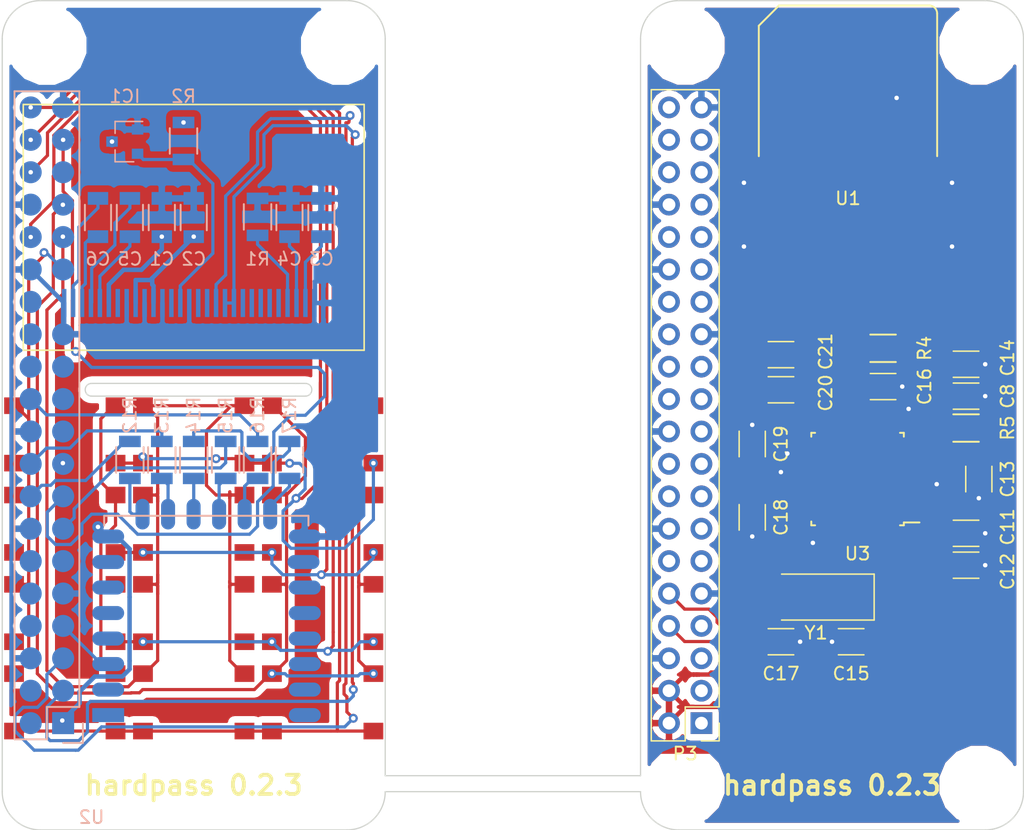
<source format=kicad_pcb>
(kicad_pcb (version 4) (host pcbnew 4.0.7-e2-6376~58~ubuntu16.04.1)
  (layers (0 F.Cu signal) (31 B.Cu signal) (34 B.Paste user) (35 F.Paste user) (36 B.SilkS user) (37 F.SilkS user) (38 B.Mask user) (39 F.Mask user) (44 Edge.Cuts user))
  (net 0 "")
  (net 1 GND)
  (net 2 +3V3)
  (net 3 "Net-(C3-Pad1)")
  (net 4 "Net-(C4-Pad1)")
  (net 5 "Net-(C5-Pad1)")
  (net 6 "Net-(C5-Pad2)")
  (net 7 "Net-(C6-Pad1)")
  (net 8 "Net-(C6-Pad2)")
  (net 9 "Net-(P1-Pad2)")
  (net 10 OLED_SDA)
  (net 11 "Net-(P1-Pad4)")
  (net 12 OLED_SCL)
  (net 13 ESP_CHPD)
  (net 14 UART_TX)
  (net 15 UART_RX)
  (net 16 SHUTDOWN)
  (net 17 "Net-(P1-Pad12)")
  (net 18 SD_D3)
  (net 19 ESP_CLK)
  (net 20 SD_CMD)
  (net 21 SD_D0)
  (net 22 "Net-(P1-Pad19)")
  (net 23 "Net-(P1-Pad21)")
  (net 24 SD_D1)
  (net 25 "Net-(P1-Pad23)")
  (net 26 "Net-(P1-Pad24)")
  (net 27 "Net-(P1-Pad26)")
  (net 28 "Net-(P1-Pad28)")
  (net 29 COL_1)
  (net 30 COL_2)
  (net 31 ROW_1)
  (net 32 COL_3)
  (net 33 "Net-(P1-Pad35)")
  (net 34 ROW_2)
  (net 35 SD_D2)
  (net 36 ROW_3)
  (net 37 ROW_4)
  (net 38 "Net-(P2-Pad26)")
  (net 39 "Net-(R12-Pad1)")
  (net 40 "Net-(R13-Pad1)")
  (net 41 "Net-(R14-Pad1)")
  (net 42 "Net-(R15-Pad1)")
  (net 43 "Net-(R16-Pad1)")
  (net 44 "Net-(R17-Pad1)")
  (net 45 "Net-(U2-Pad1)")
  (net 46 "Net-(U2-Pad2)")
  (net 47 "Net-(U2-Pad4)")
  (net 48 "Net-(U2-Pad5)")
  (net 49 "Net-(U2-Pad6)")
  (net 50 "Net-(U2-Pad7)")
  (net 51 "Net-(U2-Pad16)")
  (net 52 "Net-(U2-Pad17)")
  (net 53 "Net-(U2-Pad18)")
  (net 54 "Net-(U2-Pad19)")
  (net 55 "Net-(U2-Pad20)")
  (net 56 "Net-(U2-Pad21)")
  (net 57 "Net-(U2-Pad22)")
  (net 58 "Net-(P2-Pad7)")
  (net 59 "Net-(P2-Pad13)")
  (net 60 "Net-(P2-Pad16)")
  (net 61 "Net-(P2-Pad17)")
  (net 62 "Net-(P2-Pad21)")
  (net 63 "Net-(P2-Pad22)")
  (net 64 "Net-(P2-Pad23)")
  (net 65 "Net-(P2-Pad24)")
  (net 66 "Net-(P2-Pad25)")
  (net 67 "Net-(C14-Pad2)")
  (net 68 +5V)
  (net 69 "Net-(C13-Pad1)")
  (net 70 "Net-(C15-Pad2)")
  (net 71 "Net-(C16-Pad1)")
  (net 72 "Net-(C17-Pad2)")
  (net 73 "Net-(C20-Pad1)")
  (net 74 "Net-(C20-Pad2)")
  (net 75 "Net-(C21-Pad1)")
  (net 76 "Net-(C21-Pad2)")
  (net 77 "Net-(R4-Pad1)")
  (net 78 "Net-(R5-Pad1)")
  (net 79 "Net-(R5-Pad2)")
  (net 80 "Net-(U1-Pad4)")
  (net 81 "Net-(U1-Pad8)")
  (net 82 "Net-(U3-Pad2)")
  (net 83 "Net-(U3-Pad22)")
  (net 84 "Net-(U3-Pad23)")
  (net 85 "Net-(U3-Pad24)")
  (net 86 "Net-(SW14-Pad2)")
  (net 87 "Net-(U3-Pad29)")
  (net 88 "Net-(U3-Pad30)")
  (net 89 CARD_TX)
  (net 90 CARD_RX)
  (net 91 "Net-(P3-Pad1)")
  (net 92 "Net-(P3-Pad3)")
  (net 93 "Net-(P3-Pad5)")
  (net 94 "Net-(P3-Pad7)")
  (net 95 "Net-(P3-Pad11)")
  (net 96 "Net-(P3-Pad12)")
  (net 97 "Net-(P3-Pad13)")
  (net 98 "Net-(P3-Pad15)")
  (net 99 "Net-(P3-Pad16)")
  (net 100 "Net-(P3-Pad17)")
  (net 101 "Net-(P3-Pad18)")
  (net 102 "Net-(P3-Pad19)")
  (net 103 "Net-(P3-Pad21)")
  (net 104 "Net-(P3-Pad22)")
  (net 105 "Net-(P3-Pad23)")
  (net 106 "Net-(P3-Pad24)")
  (net 107 "Net-(P3-Pad26)")
  (net 108 "Net-(P3-Pad27)")
  (net 109 "Net-(P3-Pad28)")
  (net 110 "Net-(P3-Pad29)")
  (net 111 "Net-(P3-Pad31)")
  (net 112 "Net-(P3-Pad32)")
  (net 113 "Net-(P3-Pad33)")
  (net 114 "Net-(P3-Pad35)")
  (net 115 "Net-(P3-Pad36)")
  (net 116 "Net-(P3-Pad37)")
  (net 117 "Net-(P3-Pad38)")
  (net 118 "Net-(P3-Pad40)")
  (net 119 "Net-(R4-Pad2)")
  (net 120 "Net-(U1-Pad2)")
  (net 121 OLED_RST)
  (module hardpass:CAF99-08153-S132 (layer F.Cu) (at 66.25 16 180)
    (fp_text reference U1 (at 0 0.5 180) (layer F.SilkS))
    (fp_text value ISO7816)
    (pad 1 smd rect (at -3.81 -7.975 180) (size 1.3 1.2) (layers F.Cu F.Paste F.Mask) (net 67 "Net-(C14-Pad2)"))
    (pad 2 smd rect (at -1.27 -7.975 180) (size 1.3 1.2) (layers F.Cu F.Paste F.Mask) (net 120 "Net-(U1-Pad2)"))
    (pad 3 smd rect (at 1.27 -7.975 180) (size 1.3 1.2) (layers F.Cu F.Paste F.Mask) (net 77 "Net-(R4-Pad1)"))
    (pad 4 smd rect (at 3.81 -7.975 180) (size 1.3 1.2) (layers F.Cu F.Paste F.Mask) (net 80 "Net-(U1-Pad4)"))
    (pad 5 smd rect (at -3.81 8.375 180) (size 1.3 1.2) (layers F.Cu F.Paste F.Mask) (net 1 GND))
    (pad 6 smd rect (at -1.27 8.375 180) (size 1.3 1.2) (layers F.Cu F.Paste F.Mask) (net 67 "Net-(C14-Pad2)"))
    (pad 7 smd rect (at 1.27 8.375 180) (size 1.3 1.2) (layers F.Cu F.Paste F.Mask) (net 78 "Net-(R5-Pad1)"))
    (pad 8 smd rect (at 3.81 8.375 180) (size 1.3 1.2) (layers F.Cu F.Paste F.Mask) (net 81 "Net-(U1-Pad8)"))
    (pad "" connect rect (at -8.15 -3.275 180) (size 1.9 3) (layers F.Cu F.Mask) (net 1 GND))
    (pad "" connect rect (at 8.15 -3.275 180) (size 1.9 3) (layers F.Cu F.Mask) (net 1 GND))
    (pad "" connect rect (at 8.15 1.725 180) (size 1.9 3) (layers F.Cu F.Mask) (net 1 GND))
    (pad "" connect rect (at -8.15 1.725 180) (size 1.9 3) (layers F.Cu F.Mask) (net 1 GND))
  )
  (module TO_SOT_Packages_SMD:SOT-23 (layer B.Cu) (at 9.6 11.05 180)
    (fp_text reference IC1 (at 0 3.55 180) (layer B.SilkS) (effects (justify mirror)))
    (fp_text value APX803)
    (pad 1 smd rect (at -1 0.95 180) (size 0.9 0.8) (layers B.Cu B.Paste B.Mask) (net 1 GND))
    (pad 2 smd rect (at -1 -0.95 180) (size 0.9 0.8) (layers B.Cu B.Paste B.Mask) (net 121 OLED_RST))
    (pad 3 smd rect (at 1 0 180) (size 0.9 0.8) (layers B.Cu B.Paste B.Mask) (net 2 +3V3))
  )
  (module hardpass:Symbol_GNU-Logo_MaskTop (layer B.Cu) (at 65 21.25 180)
    (fp_text reference REF** hide)
    (fp_text value Symbol_GNU-Logo_MaskTop hide)
  )
  (module RPi_Hat:RPi_Hat_Mounting_Hole (layer F.Cu) (at 53.5 61.5)
    (fp_text reference "" hide)
    (fp_text value "" hide)
    (pad "" np_thru_hole circle (at 0 0) (size 2.75 2.75) (drill 2.75) (layers *.Cu B.Mask) (clearance 1.725))
  )
  (module RPi_Hat:RPi_Hat_Mounting_Hole (layer F.Cu) (at 76.5 61.5)
    (fp_text reference "" hide)
    (fp_text value "" hide)
    (pad "" np_thru_hole circle (at 0 0) (size 2.75 2.75) (drill 2.75) (layers *.Cu *.Mask) (clearance 1.725))
  )
  (module RPi_Hat:RPi_Hat_Mounting_Hole (layer F.Cu) (at 76.5 3.5)
    (fp_text reference "" hide)
    (fp_text value "" hide)
    (pad "" np_thru_hole circle (at 0 0) (size 2.75 2.75) (drill 2.75) (layers *.Cu *.Mask) (clearance 1.725))
  )
  (module RPi_Hat:RPi_Hat_Mounting_Hole (layer F.Cu) (at 53.5 3.5)
    (fp_text reference "" hide)
    (fp_text value "" hide)
    (pad "" np_thru_hole circle (at 0 0) (size 2.75 2.75) (drill 2.75) (layers *.Cu *.Mask) (clearance 1.725))
  )
  (module RPi_Hat:RPi_Hat_Mounting_Hole (layer F.Cu) (at 26.5 3.5)
    (fp_text reference "" hide)
    (fp_text value "" hide)
    (pad "" np_thru_hole circle (at 0 0) (size 2.75 2.75) (drill 2.75) (layers *.Cu *.Mask) (clearance 1.725))
  )
  (module RPi_Hat:RPi_Hat_Mounting_Hole (layer F.Cu) (at 26.5 61.5)
    (fp_text reference "" hide)
    (fp_text value "" hide)
    (pad "" np_thru_hole circle (at 0 0) (size 2.75 2.75) (drill 2.75) (layers *.Cu *.Mask) (clearance 1.725))
  )
  (module RPi_Hat:RPi_Hat_Mounting_Hole (layer F.Cu) (at 3.5 61.5)
    (fp_text reference "" hide)
    (fp_text value "" hide)
    (pad "" np_thru_hole circle (at 0 0) (size 2.75 2.75) (drill 2.75) (layers *.Cu *.Mask) (clearance 1.725))
  )
  (module Capacitors_SMD:C_1206 (layer F.Cu) (at 75.5 31 180)
    (fp_text reference C8 (at -3.25 0 270) (layer F.SilkS))
    (fp_text value 220nF)
    (pad 1 smd rect (at -1.5 0 180) (size 1 1.6) (layers F.Cu F.Paste F.Mask) (net 1 GND))
    (pad 2 smd rect (at 1.5 0 180) (size 1 1.6) (layers F.Cu F.Paste F.Mask) (net 67 "Net-(C14-Pad2)"))
  )
  (module Capacitors_SMD:C_1206 (layer F.Cu) (at 75.5 28.5 180)
    (fp_text reference C14 (at -3.25 0.5 270) (layer F.SilkS))
    (fp_text value 100pF)
    (pad 1 smd rect (at -1.5 0 180) (size 1 1.6) (layers F.Cu F.Paste F.Mask) (net 1 GND))
    (pad 2 smd rect (at 1.5 0 180) (size 1 1.6) (layers F.Cu F.Paste F.Mask) (net 67 "Net-(C14-Pad2)"))
  )
  (module adafruit-oled:UG-2864HSWEG01_0.96IN_WRAPAROUND (layer F.Cu) (at 15 22.5)
    (fp_text reference P2 hide)
    (fp_text value OLED_I2C hide)
    (pad 1 smd rect (at -10.15 1.2 90) (size 2.2 0.35) (layers B.Cu B.Paste B.Mask) (net 1 GND))
    (pad 2 smd rect (at -9.45 1.2 90) (size 2.2 0.35) (layers B.Cu B.Paste B.Mask) (net 7 "Net-(C6-Pad1)"))
    (pad 3 smd rect (at -8.75 1.2 90) (size 2.2 0.35) (layers B.Cu B.Paste B.Mask) (net 8 "Net-(C6-Pad2)"))
    (pad 4 smd rect (at -8.05 1.2 90) (size 2.2 0.35) (layers B.Cu B.Paste B.Mask) (net 5 "Net-(C5-Pad1)"))
    (pad 5 smd rect (at -7.35 1.2 90) (size 2.2 0.35) (layers B.Cu B.Paste B.Mask) (net 6 "Net-(C5-Pad2)"))
    (pad 6 smd rect (at -6.65 1.2 90) (size 2.2 0.35) (layers B.Cu B.Paste B.Mask) (net 2 +3V3))
    (pad 7 smd rect (at -5.95 1.2 90) (size 2.2 0.35) (layers B.Cu B.Paste B.Mask) (net 58 "Net-(P2-Pad7)"))
    (pad 8 smd rect (at -5.25 1.2 90) (size 2.2 0.35) (layers B.Cu B.Paste B.Mask) (net 1 GND))
    (pad 9 smd rect (at -4.55 1.2 90) (size 2.2 0.35) (layers B.Cu B.Paste B.Mask) (net 2 +3V3))
    (pad 10 smd rect (at -3.85 1.2 90) (size 2.2 0.35) (layers B.Cu B.Paste B.Mask) (net 1 GND))
    (pad 11 smd rect (at -3.15 1.2 90) (size 2.2 0.35) (layers B.Cu B.Paste B.Mask) (net 2 +3V3))
    (pad 12 smd rect (at -2.45 1.2 90) (size 2.2 0.35) (layers B.Cu B.Paste B.Mask) (net 1 GND))
    (pad 13 smd rect (at -1.75 1.2 90) (size 2.2 0.35) (layers B.Cu B.Paste B.Mask) (net 59 "Net-(P2-Pad13)"))
    (pad 14 smd rect (at -1.05 1.2 90) (size 2.2 0.35) (layers B.Cu B.Paste B.Mask) (net 121 OLED_RST))
    (pad 15 smd rect (at -0.35 1.2 90) (size 2.2 0.35) (layers B.Cu B.Paste B.Mask) (net 1 GND))
    (pad 16 smd rect (at 0.35 1.2 90) (size 2.2 0.35) (layers B.Cu B.Paste B.Mask) (net 60 "Net-(P2-Pad16)"))
    (pad 17 smd rect (at 1.05 1.2 90) (size 2.2 0.35) (layers B.Cu B.Paste B.Mask) (net 61 "Net-(P2-Pad17)"))
    (pad 18 smd rect (at 1.75 1.2 90) (size 2.2 0.35) (layers B.Cu B.Paste B.Mask) (net 12 OLED_SCL))
    (pad 19 smd rect (at 2.45 1.2 90) (size 2.2 0.35) (layers B.Cu B.Paste B.Mask) (net 10 OLED_SDA))
    (pad 20 smd rect (at 3.15 1.2 90) (size 2.2 0.35) (layers B.Cu B.Paste B.Mask) (net 10 OLED_SDA))
    (pad 21 smd rect (at 3.85 1.2 90) (size 2.2 0.35) (layers B.Cu B.Paste B.Mask) (net 62 "Net-(P2-Pad21)"))
    (pad 22 smd rect (at 4.55 1.2 90) (size 2.2 0.35) (layers B.Cu B.Paste B.Mask) (net 63 "Net-(P2-Pad22)"))
    (pad 23 smd rect (at 5.25 1.2 90) (size 2.2 0.35) (layers B.Cu B.Paste B.Mask) (net 64 "Net-(P2-Pad23)"))
    (pad 24 smd rect (at 5.95 1.2 90) (size 2.2 0.35) (layers B.Cu B.Paste B.Mask) (net 65 "Net-(P2-Pad24)"))
    (pad 25 smd rect (at 6.65 1.2 90) (size 2.2 0.35) (layers B.Cu B.Paste B.Mask) (net 66 "Net-(P2-Pad25)"))
    (pad 26 smd rect (at 7.35 1.2 90) (size 2.2 0.35) (layers B.Cu B.Paste B.Mask) (net 38 "Net-(P2-Pad26)"))
    (pad 27 smd rect (at 8.05 1.2 90) (size 2.2 0.35) (layers B.Cu B.Paste B.Mask) (net 4 "Net-(C4-Pad1)"))
    (pad 28 smd rect (at 8.75 1.2 90) (size 2.2 0.35) (layers B.Cu B.Paste B.Mask) (net 3 "Net-(C3-Pad1)"))
    (pad 29 smd rect (at 9.45 1.2 90) (size 2.2 0.35) (layers B.Cu B.Paste B.Mask) (net 1 GND))
    (pad 30 smd rect (at 10.15 1.2 90) (size 2.2 0.35) (layers B.Cu B.Paste B.Mask) (net 1 GND))
  )
  (module Capacitors_SMD:C_1206 (layer B.Cu) (at 12.5 17 270)
    (fp_text reference C1 (at 3.25 0 360) (layer B.SilkS) (effects (justify mirror)))
    (fp_text value 2.2µF)
    (pad 1 smd rect (at -1.5 0 270) (size 1 1.6) (layers B.Cu B.Paste B.Mask) (net 1 GND))
    (pad 2 smd rect (at 1.5 0 270) (size 1 1.6) (layers B.Cu B.Paste B.Mask) (net 2 +3V3))
  )
  (module Capacitors_SMD:C_1206 (layer B.Cu) (at 15 17 270)
    (fp_text reference C2 (at 3.25 0 360) (layer B.SilkS) (effects (justify mirror)))
    (fp_text value 2.2µF)
    (pad 1 smd rect (at -1.5 0 270) (size 1 1.6) (layers B.Cu B.Paste B.Mask) (net 1 GND))
    (pad 2 smd rect (at 1.5 0 270) (size 1 1.6) (layers B.Cu B.Paste B.Mask) (net 2 +3V3))
  )
  (module Capacitors_SMD:C_1206 (layer B.Cu) (at 25 17 90)
    (fp_text reference C3 (at -3.25 0 180) (layer B.SilkS) (effects (justify mirror)))
    (fp_text value 10µF)
    (pad 1 smd rect (at -1.5 0 90) (size 1 1.6) (layers B.Cu B.Paste B.Mask) (net 3 "Net-(C3-Pad1)"))
    (pad 2 smd rect (at 1.5 0 90) (size 1 1.6) (layers B.Cu B.Paste B.Mask) (net 1 GND))
  )
  (module Capacitors_SMD:C_1206 (layer B.Cu) (at 22.5 17 90)
    (fp_text reference C4 (at -3.25 0 180) (layer B.SilkS) (effects (justify mirror)))
    (fp_text value 2.2µF)
    (pad 1 smd rect (at -1.5 0 90) (size 1 1.6) (layers B.Cu B.Paste B.Mask) (net 4 "Net-(C4-Pad1)"))
    (pad 2 smd rect (at 1.5 0 90) (size 1 1.6) (layers B.Cu B.Paste B.Mask) (net 1 GND))
  )
  (module Capacitors_SMD:C_1206 (layer B.Cu) (at 10 17 270)
    (fp_text reference C5 (at 3.25 0 360) (layer B.SilkS) (effects (justify mirror)))
    (fp_text value 2.2µF)
    (pad 1 smd rect (at -1.5 0 270) (size 1 1.6) (layers B.Cu B.Paste B.Mask) (net 5 "Net-(C5-Pad1)"))
    (pad 2 smd rect (at 1.5 0 270) (size 1 1.6) (layers B.Cu B.Paste B.Mask) (net 6 "Net-(C5-Pad2)"))
  )
  (module Capacitors_SMD:C_1206 (layer B.Cu) (at 7.5 17 270)
    (fp_text reference C6 (at 3.25 0 360) (layer B.SilkS) (effects (justify mirror)))
    (fp_text value 2.2µF)
    (pad 1 smd rect (at -1.5 0 270) (size 1 1.6) (layers B.Cu B.Paste B.Mask) (net 7 "Net-(C6-Pad1)"))
    (pad 2 smd rect (at 1.5 0 270) (size 1 1.6) (layers B.Cu B.Paste B.Mask) (net 8 "Net-(C6-Pad2)"))
  )
  (module Resistors_SMD:R_1206 (layer B.Cu) (at 20 16.95 90)
    (fp_text reference R1 (at -3.3 0 180) (layer B.SilkS) (effects (justify mirror)))
    (fp_text value 390k)
    (pad 1 smd rect (at -1.45 0 90) (size 0.9 1.7) (layers B.Cu B.Paste B.Mask) (net 38 "Net-(P2-Pad26)"))
    (pad 2 smd rect (at 1.45 0 90) (size 0.9 1.7) (layers B.Cu B.Paste B.Mask) (net 1 GND))
  )
  (module Resistors_SMD:R_1206 (layer B.Cu) (at 14.2 11 270)
    (fp_text reference R2 (at -3.5 0 360) (layer B.SilkS) (effects (justify mirror)))
    (fp_text value 10k)
    (pad 1 smd rect (at -1.45 0 270) (size 0.9 1.7) (layers B.Cu B.Paste B.Mask) (net 2 +3V3))
    (pad 2 smd rect (at 1.45 0 270) (size 0.9 1.7) (layers B.Cu B.Paste B.Mask) (net 121 OLED_RST))
  )
  (module Resistors_SMD:R_1206 (layer B.Cu) (at 10 36 90)
    (fp_text reference R12 (at 3.5 0 90) (layer B.SilkS) (effects (justify mirror)))
    (fp_text value 33)
    (pad 1 smd rect (at -1.45 0 90) (size 0.9 1.7) (layers B.Cu B.Paste B.Mask) (net 39 "Net-(R12-Pad1)"))
    (pad 2 smd rect (at 1.45 0 90) (size 0.9 1.7) (layers B.Cu B.Paste B.Mask) (net 20 SD_CMD))
  )
  (module Resistors_SMD:R_1206 (layer B.Cu) (at 12.5 36 90)
    (fp_text reference R13 (at 3.5 0 90) (layer B.SilkS) (effects (justify mirror)))
    (fp_text value 33)
    (pad 1 smd rect (at -1.45 0 90) (size 0.9 1.7) (layers B.Cu B.Paste B.Mask) (net 40 "Net-(R13-Pad1)"))
    (pad 2 smd rect (at 1.45 0 90) (size 0.9 1.7) (layers B.Cu B.Paste B.Mask) (net 21 SD_D0))
  )
  (module Resistors_SMD:R_1206 (layer B.Cu) (at 15 36 90)
    (fp_text reference R14 (at 3.5 0 90) (layer B.SilkS) (effects (justify mirror)))
    (fp_text value 33)
    (pad 1 smd rect (at -1.45 0 90) (size 0.9 1.7) (layers B.Cu B.Paste B.Mask) (net 41 "Net-(R14-Pad1)"))
    (pad 2 smd rect (at 1.45 0 90) (size 0.9 1.7) (layers B.Cu B.Paste B.Mask) (net 35 SD_D2))
  )
  (module Resistors_SMD:R_1206 (layer B.Cu) (at 17.5 36 90)
    (fp_text reference R15 (at 3.5 0 90) (layer B.SilkS) (effects (justify mirror)))
    (fp_text value 33)
    (pad 1 smd rect (at -1.45 0 90) (size 0.9 1.7) (layers B.Cu B.Paste B.Mask) (net 42 "Net-(R15-Pad1)"))
    (pad 2 smd rect (at 1.45 0 90) (size 0.9 1.7) (layers B.Cu B.Paste B.Mask) (net 18 SD_D3))
  )
  (module Resistors_SMD:R_1206 (layer B.Cu) (at 20 36 90)
    (fp_text reference R16 (at 3.5 0 90) (layer B.SilkS) (effects (justify mirror)))
    (fp_text value 33)
    (pad 1 smd rect (at -1.45 0 90) (size 0.9 1.7) (layers B.Cu B.Paste B.Mask) (net 43 "Net-(R16-Pad1)"))
    (pad 2 smd rect (at 1.45 0 90) (size 0.9 1.7) (layers B.Cu B.Paste B.Mask) (net 24 SD_D1))
  )
  (module Resistors_SMD:R_1206 (layer B.Cu) (at 22.5 36 90)
    (fp_text reference R17 (at 3.5 0 90) (layer B.SilkS) (effects (justify mirror)))
    (fp_text value 33)
    (pad 1 smd rect (at -1.45 0 90) (size 0.9 1.7) (layers B.Cu B.Paste B.Mask) (net 44 "Net-(R17-Pad1)"))
    (pad 2 smd rect (at 1.45 0 90) (size 0.9 1.7) (layers B.Cu B.Paste B.Mask) (net 19 ESP_CLK))
  )
  (module hardpass:ESP-12E_smd (layer B.Cu) (at 9 56)
    (fp_text reference U2 (at -2 8) (layer B.SilkS) (effects (justify mirror)))
    (fp_text value ESP-12E)
    (pad 1 smd rect (at 0 0) (size 2.5 1.1) (drill (offset -0.7 0)) (layers B.Cu B.Paste B.Mask) (net 45 "Net-(U2-Pad1)"))
    (pad 2 smd oval (at 0 -2) (size 2.5 1.1) (drill (offset -0.7 0)) (layers B.Cu B.Paste B.Mask) (net 46 "Net-(U2-Pad2)"))
    (pad 3 smd oval (at 0 -4) (size 2.5 1.1) (drill (offset -0.7 0)) (layers B.Cu B.Paste B.Mask) (net 13 ESP_CHPD))
    (pad 4 smd oval (at 0 -6) (size 2.5 1.1) (drill (offset -0.7 0)) (layers B.Cu B.Paste B.Mask) (net 47 "Net-(U2-Pad4)"))
    (pad 5 smd oval (at 0 -8) (size 2.5 1.1) (drill (offset -0.7 0)) (layers B.Cu B.Paste B.Mask) (net 48 "Net-(U2-Pad5)"))
    (pad 6 smd oval (at 0 -10) (size 2.5 1.1) (drill (offset -0.7 0)) (layers B.Cu B.Paste B.Mask) (net 49 "Net-(U2-Pad6)"))
    (pad 7 smd oval (at 0 -12) (size 2.5 1.1) (drill (offset -0.7 0)) (layers B.Cu B.Paste B.Mask) (net 50 "Net-(U2-Pad7)"))
    (pad 8 smd oval (at 0 -14) (size 2.5 1.1) (drill (offset -0.7 0)) (layers B.Cu B.Paste B.Mask) (net 2 +3V3))
    (pad 9 smd oval (at 1.99 -15.75 270) (size 2.4 1.1) (layers B.Cu B.Paste B.Mask) (net 39 "Net-(R12-Pad1)"))
    (pad 10 smd oval (at 3.99 -15.75 270) (size 2.4 1.1) (layers B.Cu B.Paste B.Mask) (net 40 "Net-(R13-Pad1)"))
    (pad 11 smd oval (at 5.99 -15.75 270) (size 2.4 1.1) (layers B.Cu B.Paste B.Mask) (net 41 "Net-(R14-Pad1)"))
    (pad 12 smd oval (at 7.99 -15.75 270) (size 2.4 1.1) (layers B.Cu B.Paste B.Mask) (net 42 "Net-(R15-Pad1)"))
    (pad 13 smd oval (at 9.99 -15.75 270) (size 2.4 1.1) (layers B.Cu B.Paste B.Mask) (net 43 "Net-(R16-Pad1)"))
    (pad 14 smd oval (at 11.99 -15.75 270) (size 2.4 1.1) (layers B.Cu B.Paste B.Mask) (net 44 "Net-(R17-Pad1)"))
    (pad 15 smd oval (at 14 -14) (size 2.5 1.1) (drill (offset 0.7 0)) (layers B.Cu B.Paste B.Mask) (net 1 GND))
    (pad 16 smd oval (at 14 -12) (size 2.5 1.1) (drill (offset 0.6 0)) (layers B.Cu B.Paste B.Mask) (net 51 "Net-(U2-Pad16)"))
    (pad 17 smd oval (at 14 -10) (size 2.5 1.1) (drill (offset 0.7 0)) (layers B.Cu B.Paste B.Mask) (net 52 "Net-(U2-Pad17)"))
    (pad 18 smd oval (at 14 -8) (size 2.5 1.1) (drill (offset 0.7 0)) (layers B.Cu B.Paste B.Mask) (net 53 "Net-(U2-Pad18)"))
    (pad 19 smd oval (at 14 -6) (size 2.5 1.1) (drill (offset 0.7 0)) (layers B.Cu B.Paste B.Mask) (net 54 "Net-(U2-Pad19)"))
    (pad 20 smd oval (at 14 -4) (size 2.5 1.1) (drill (offset 0.7 0)) (layers B.Cu B.Paste B.Mask) (net 55 "Net-(U2-Pad20)"))
    (pad 21 smd oval (at 14 -2) (size 2.5 1.1) (drill (offset 0.7 0)) (layers B.Cu B.Paste B.Mask) (net 56 "Net-(U2-Pad21)"))
    (pad 22 smd oval (at 14 0) (size 2.5 1.1) (drill (offset 0.7 0)) (layers B.Cu B.Paste B.Mask) (net 57 "Net-(U2-Pad22)"))
  )
  (module hardpass:SW_SPST_PTS645_nosilk (layer F.Cu) (at 25.1 55)
    (fp_text reference SW12 hide)
    (fp_text value OK/DN)
    (pad 2 smd rect (at -3.975 2.25) (size 1.55 1.3) (layers F.Cu F.Paste F.Mask) (net 37 ROW_4))
    (pad 1 smd rect (at -3.975 -2.25) (size 1.55 1.3) (layers F.Cu F.Paste F.Mask) (net 32 COL_3))
    (pad 1 smd rect (at 3.975 -2.25) (size 1.55 1.3) (layers F.Cu F.Paste F.Mask) (net 32 COL_3))
    (pad 2 smd rect (at 3.975 2.25) (size 1.55 1.3) (layers F.Cu F.Paste F.Mask) (net 37 ROW_4))
  )
  (module hardpass:SW_SPST_PTS645_nosilk (layer F.Cu) (at 15 55)
    (fp_text reference SW11 hide)
    (fp_text value 0/OK)
    (pad 2 smd rect (at -3.975 2.25) (size 1.55 1.3) (layers F.Cu F.Paste F.Mask) (net 37 ROW_4))
    (pad 1 smd rect (at -3.975 -2.25) (size 1.55 1.3) (layers F.Cu F.Paste F.Mask) (net 30 COL_2))
    (pad 1 smd rect (at 3.975 -2.25) (size 1.55 1.3) (layers F.Cu F.Paste F.Mask) (net 30 COL_2))
    (pad 2 smd rect (at 3.975 2.25) (size 1.55 1.3) (layers F.Cu F.Paste F.Mask) (net 37 ROW_4))
  )
  (module hardpass:SW_SPST_PTS645_nosilk (layer F.Cu) (at 4.9 55)
    (fp_text reference SW10 hide)
    (fp_text value C/UP)
    (pad 2 smd rect (at -3.975 2.25) (size 1.55 1.3) (layers F.Cu F.Paste F.Mask) (net 37 ROW_4))
    (pad 1 smd rect (at -3.975 -2.25) (size 1.55 1.3) (layers F.Cu F.Paste F.Mask) (net 29 COL_1))
    (pad 1 smd rect (at 3.975 -2.25) (size 1.55 1.3) (layers F.Cu F.Paste F.Mask) (net 29 COL_1))
    (pad 2 smd rect (at 3.975 2.25) (size 1.55 1.3) (layers F.Cu F.Paste F.Mask) (net 37 ROW_4))
  )
  (module hardpass:SW_SPST_PTS645_nosilk (layer F.Cu) (at 25.1 48)
    (fp_text reference SW9 hide)
    (fp_text value 9)
    (pad 2 smd rect (at -3.975 2.25) (size 1.55 1.3) (layers F.Cu F.Paste F.Mask) (net 36 ROW_3))
    (pad 1 smd rect (at -3.975 -2.25) (size 1.55 1.3) (layers F.Cu F.Paste F.Mask) (net 32 COL_3))
    (pad 1 smd rect (at 3.975 -2.25) (size 1.55 1.3) (layers F.Cu F.Paste F.Mask) (net 32 COL_3))
    (pad 2 smd rect (at 3.975 2.25) (size 1.55 1.3) (layers F.Cu F.Paste F.Mask) (net 36 ROW_3))
  )
  (module hardpass:SW_SPST_PTS645_nosilk (layer F.Cu) (at 15 48)
    (fp_text reference SW8 hide)
    (fp_text value 8)
    (pad 2 smd rect (at -3.975 2.25) (size 1.55 1.3) (layers F.Cu F.Paste F.Mask) (net 36 ROW_3))
    (pad 1 smd rect (at -3.975 -2.25) (size 1.55 1.3) (layers F.Cu F.Paste F.Mask) (net 30 COL_2))
    (pad 1 smd rect (at 3.975 -2.25) (size 1.55 1.3) (layers F.Cu F.Paste F.Mask) (net 30 COL_2))
    (pad 2 smd rect (at 3.975 2.25) (size 1.55 1.3) (layers F.Cu F.Paste F.Mask) (net 36 ROW_3))
  )
  (module hardpass:SW_SPST_PTS645_nosilk (layer F.Cu) (at 4.9 48)
    (fp_text reference SW7 hide)
    (fp_text value 7)
    (pad 2 smd rect (at -3.975 2.25) (size 1.55 1.3) (layers F.Cu F.Paste F.Mask) (net 36 ROW_3))
    (pad 1 smd rect (at -3.975 -2.25) (size 1.55 1.3) (layers F.Cu F.Paste F.Mask) (net 29 COL_1))
    (pad 1 smd rect (at 3.975 -2.25) (size 1.55 1.3) (layers F.Cu F.Paste F.Mask) (net 29 COL_1))
    (pad 2 smd rect (at 3.975 2.25) (size 1.55 1.3) (layers F.Cu F.Paste F.Mask) (net 36 ROW_3))
  )
  (module hardpass:SW_SPST_PTS645_nosilk (layer F.Cu) (at 25.1 41)
    (fp_text reference SW6 hide)
    (fp_text value 6)
    (pad 2 smd rect (at -3.975 2.25) (size 1.55 1.3) (layers F.Cu F.Paste F.Mask) (net 34 ROW_2))
    (pad 1 smd rect (at -3.975 -2.25) (size 1.55 1.3) (layers F.Cu F.Paste F.Mask) (net 32 COL_3))
    (pad 1 smd rect (at 3.975 -2.25) (size 1.55 1.3) (layers F.Cu F.Paste F.Mask) (net 32 COL_3))
    (pad 2 smd rect (at 3.975 2.25) (size 1.55 1.3) (layers F.Cu F.Paste F.Mask) (net 34 ROW_2))
  )
  (module hardpass:SW_SPST_PTS645_nosilk (layer F.Cu) (at 15 41)
    (fp_text reference SW5 hide)
    (fp_text value 5)
    (pad 2 smd rect (at -3.975 2.25) (size 1.55 1.3) (layers F.Cu F.Paste F.Mask) (net 34 ROW_2))
    (pad 1 smd rect (at -3.975 -2.25) (size 1.55 1.3) (layers F.Cu F.Paste F.Mask) (net 30 COL_2))
    (pad 1 smd rect (at 3.975 -2.25) (size 1.55 1.3) (layers F.Cu F.Paste F.Mask) (net 30 COL_2))
    (pad 2 smd rect (at 3.975 2.25) (size 1.55 1.3) (layers F.Cu F.Paste F.Mask) (net 34 ROW_2))
  )
  (module hardpass:SW_SPST_PTS645_nosilk (layer F.Cu) (at 4.9 41)
    (fp_text reference SW4 hide)
    (fp_text value 4)
    (pad 2 smd rect (at -3.975 2.25) (size 1.55 1.3) (layers F.Cu F.Paste F.Mask) (net 34 ROW_2))
    (pad 1 smd rect (at -3.975 -2.25) (size 1.55 1.3) (layers F.Cu F.Paste F.Mask) (net 29 COL_1))
    (pad 1 smd rect (at 3.975 -2.25) (size 1.55 1.3) (layers F.Cu F.Paste F.Mask) (net 29 COL_1))
    (pad 2 smd rect (at 3.975 2.25) (size 1.55 1.3) (layers F.Cu F.Paste F.Mask) (net 34 ROW_2))
  )
  (module hardpass:SW_SPST_PTS645_nosilk (layer F.Cu) (at 25.1 34)
    (fp_text reference SW3 hide)
    (fp_text value 3)
    (pad 2 smd rect (at -3.975 2.25) (size 1.55 1.3) (layers F.Cu F.Paste F.Mask) (net 31 ROW_1))
    (pad 1 smd rect (at -3.975 -2.25) (size 1.55 1.3) (layers F.Cu F.Paste F.Mask) (net 32 COL_3))
    (pad 1 smd rect (at 3.975 -2.25) (size 1.55 1.3) (layers F.Cu F.Paste F.Mask) (net 32 COL_3))
    (pad 2 smd rect (at 3.975 2.25) (size 1.55 1.3) (layers F.Cu F.Paste F.Mask) (net 31 ROW_1))
  )
  (module hardpass:SW_SPST_PTS645_nosilk (layer F.Cu) (at 15 34)
    (fp_text reference SW2 hide)
    (fp_text value 2)
    (pad 2 smd rect (at -3.975 2.25) (size 1.55 1.3) (layers F.Cu F.Paste F.Mask) (net 31 ROW_1))
    (pad 1 smd rect (at -3.975 -2.25) (size 1.55 1.3) (layers F.Cu F.Paste F.Mask) (net 30 COL_2))
    (pad 1 smd rect (at 3.975 -2.25) (size 1.55 1.3) (layers F.Cu F.Paste F.Mask) (net 30 COL_2))
    (pad 2 smd rect (at 3.975 2.25) (size 1.55 1.3) (layers F.Cu F.Paste F.Mask) (net 31 ROW_1))
  )
  (module hardpass:SW_SPST_PTS645_nosilk (layer F.Cu) (at 4.9 34)
    (fp_text reference SW1 hide)
    (fp_text value 1)
    (pad 2 smd rect (at -3.975 2.25) (size 1.55 1.3) (layers F.Cu F.Paste F.Mask) (net 31 ROW_1))
    (pad 1 smd rect (at -3.975 -2.25) (size 1.55 1.3) (layers F.Cu F.Paste F.Mask) (net 29 COL_1))
    (pad 1 smd rect (at 3.975 -2.25) (size 1.55 1.3) (layers F.Cu F.Paste F.Mask) (net 29 COL_1))
    (pad 2 smd rect (at 3.975 2.25) (size 1.55 1.3) (layers F.Cu F.Paste F.Mask) (net 31 ROW_1))
  )
  (module hardpass:Pin_Header_Mirrored-NoHoles_centered_2x20 (layer B.Cu) (at 3.5 32.5)
    (fp_text reference P1 hide)
    (fp_text value Pi_Zero hide)
    (pad 1 smd rect (at 1.2697 24.13 180) (size 1.7272 1.7272) (layers B.Cu B.Paste B.Mask) (net 2 +3V3))
    (pad 2 smd oval (at -1.2703 24.13 180) (size 1.7272 1.7272) (layers B.Cu B.Paste B.Mask) (net 9 "Net-(P1-Pad2)"))
    (pad 3 smd oval (at 1.2697 21.59 180) (size 1.7272 1.7272) (layers B.Cu B.Paste B.Mask) (net 10 OLED_SDA))
    (pad 4 smd oval (at -1.2703 21.59 180) (size 1.7272 1.7272) (layers B.Cu B.Paste B.Mask) (net 11 "Net-(P1-Pad4)"))
    (pad 5 smd oval (at 1.2697 19.05 180) (size 1.7272 1.7272) (layers B.Cu B.Paste B.Mask) (net 12 OLED_SCL))
    (pad 6 smd oval (at -1.2703 19.05 180) (size 1.7272 1.7272) (layers B.Cu B.Paste B.Mask) (net 1 GND))
    (pad 7 smd oval (at 1.2697 16.51 180) (size 1.7272 1.7272) (layers B.Cu B.Paste B.Mask) (net 13 ESP_CHPD))
    (pad 8 smd oval (at -1.2703 16.51 180) (size 1.7272 1.7272) (layers B.Cu B.Paste B.Mask) (net 14 UART_TX))
    (pad 9 smd oval (at 1.2697 13.97 180) (size 1.7272 1.7272) (layers B.Cu B.Paste B.Mask) (net 1 GND))
    (pad 10 smd oval (at -1.2703 13.97 180) (size 1.7272 1.7272) (layers B.Cu B.Paste B.Mask) (net 15 UART_RX))
    (pad 11 smd oval (at 1.2697 11.43 180) (size 1.7272 1.7272) (layers B.Cu B.Paste B.Mask) (net 16 SHUTDOWN))
    (pad 12 smd oval (at -1.2703 11.43 180) (size 1.7272 1.7272) (layers B.Cu B.Paste B.Mask) (net 17 "Net-(P1-Pad12)"))
    (pad 13 smd oval (at 1.2697 8.89 180) (size 1.7272 1.7272) (layers B.Cu B.Paste B.Mask) (net 18 SD_D3))
    (pad 14 smd oval (at -1.2703 8.89 180) (size 1.7272 1.7272) (layers B.Cu B.Paste B.Mask) (net 1 GND))
    (pad 15 smd oval (at 1.2697 6.35 180) (size 1.7272 1.7272) (layers B.Cu B.Paste B.Mask) (net 19 ESP_CLK))
    (pad 16 smd oval (at -1.2703 6.35 180) (size 1.7272 1.7272) (layers B.Cu B.Paste B.Mask) (net 20 SD_CMD))
    (pad 17 smd oval (at 1.2697 3.81 180) (size 1.7272 1.7272) (layers B.Cu B.Paste B.Mask) (net 2 +3V3))
    (pad 18 smd oval (at -1.2703 3.81 180) (size 1.7272 1.7272) (layers B.Cu B.Paste B.Mask) (net 21 SD_D0))
    (pad 19 smd oval (at 1.2697 1.27 180) (size 1.7272 1.7272) (layers B.Cu B.Paste B.Mask) (net 22 "Net-(P1-Pad19)"))
    (pad 20 smd oval (at -1.2703 1.27 180) (size 1.7272 1.7272) (layers B.Cu B.Paste B.Mask) (net 1 GND))
    (pad 21 smd oval (at 1.2697 -1.27 180) (size 1.7272 1.7272) (layers B.Cu B.Paste B.Mask) (net 23 "Net-(P1-Pad21)"))
    (pad 22 smd oval (at -1.2703 -1.27 180) (size 1.7272 1.7272) (layers B.Cu B.Paste B.Mask) (net 24 SD_D1))
    (pad 23 smd oval (at 1.2697 -3.81 180) (size 1.7272 1.7272) (layers B.Cu B.Paste B.Mask) (net 25 "Net-(P1-Pad23)"))
    (pad 24 smd oval (at -1.2703 -3.81 180) (size 1.7272 1.7272) (layers B.Cu B.Paste B.Mask) (net 26 "Net-(P1-Pad24)"))
    (pad 26 smd oval (at -1.2703 -6.35 180) (size 1.7272 1.7272) (layers B.Cu B.Paste B.Mask) (net 27 "Net-(P1-Pad26)"))
    (pad 28 smd oval (at -1.2703 -8.89 180) (size 1.7272 1.7272) (layers B.Cu B.Paste B.Mask) (net 28 "Net-(P1-Pad28)"))
    (pad 29 smd oval (at 1.2697 -11.43 180) (size 1.7272 1.7272) (layers B.Cu B.Paste B.Mask) (net 29 COL_1))
    (pad 30 smd oval (at -1.2703 -11.43 180) (size 1.7272 1.7272) (layers B.Cu B.Paste B.Mask) (net 1 GND))
    (pad 31 smd oval (at 1.2697 -13.97 180) (size 1.7272 1.7272) (layers B.Cu B.Paste B.Mask) (net 30 COL_2))
    (pad 32 smd oval (at -1.2703 -13.97 180) (size 1.7272 1.7272) (layers B.Cu B.Paste B.Mask) (net 31 ROW_1))
    (pad 33 smd oval (at 1.2697 -16.51 180) (size 1.7272 1.7272) (layers B.Cu B.Paste B.Mask) (net 32 COL_3))
    (pad 34 smd oval (at -1.2703 -16.51 180) (size 1.7272 1.7272) (layers B.Cu B.Paste B.Mask) (net 1 GND))
    (pad 35 smd oval (at 1.2697 -19.05 180) (size 1.7272 1.7272) (layers B.Cu B.Paste B.Mask) (net 33 "Net-(P1-Pad35)"))
    (pad 36 smd oval (at -1.2703 -19.05 180) (size 1.7272 1.7272) (layers B.Cu B.Paste B.Mask) (net 34 ROW_2))
    (pad 37 smd oval (at 1.2697 -21.59 180) (size 1.7272 1.7272) (layers B.Cu B.Paste B.Mask) (net 35 SD_D2))
    (pad 38 smd oval (at -1.2703 -21.59 180) (size 1.7272 1.7272) (layers B.Cu B.Paste B.Mask) (net 36 ROW_3))
    (pad 39 smd oval (at 1.2697 -24.13 180) (size 1.7272 1.7272) (layers B.Cu B.Paste B.Mask) (net 1 GND))
    (pad 40 smd oval (at -1.2703 -24.13 180) (size 1.7272 1.7272) (layers B.Cu B.Paste B.Mask) (net 37 ROW_4))
    (pad 25 smd oval (at 1.27 -6.35 180) (size 1.7272 1.7272) (layers B.Cu B.Paste B.Mask) (net 1 GND))
  )
  (module Capacitors_SMD:C_1206 (layer F.Cu) (at 75.5 41.75 180)
    (fp_text reference C11 (at -3.25 0.5 270) (layer F.SilkS))
    (fp_text value 10µF)
    (pad 1 smd rect (at -1.5 0 180) (size 1 1.6) (layers F.Cu F.Paste F.Mask) (net 1 GND))
    (pad 2 smd rect (at 1.5 0 180) (size 1 1.6) (layers F.Cu F.Paste F.Mask) (net 68 +5V))
  )
  (module Capacitors_SMD:C_1206 (layer F.Cu) (at 75.5 44.25 180)
    (fp_text reference C12 (at -3.25 -0.5 270) (layer F.SilkS))
    (fp_text value 100nF)
    (pad 1 smd rect (at -1.5 0 180) (size 1 1.6) (layers F.Cu F.Paste F.Mask) (net 1 GND))
    (pad 2 smd rect (at 1.5 0 180) (size 1 1.6) (layers F.Cu F.Paste F.Mask) (net 68 +5V))
  )
  (module Capacitors_SMD:C_1206 (layer F.Cu) (at 76.5 37.5 270)
    (fp_text reference C13 (at 0 -2.25 270) (layer F.SilkS))
    (fp_text value 22nF)
    (pad 1 smd rect (at -1.5 0 270) (size 1 1.6) (layers F.Cu F.Paste F.Mask) (net 69 "Net-(C13-Pad1)"))
    (pad 2 smd rect (at 1.5 0 270) (size 1 1.6) (layers F.Cu F.Paste F.Mask) (net 1 GND))
  )
  (module Capacitors_SMD:C_1206 (layer F.Cu) (at 66.5 50.25)
    (fp_text reference C15 (at 0 2.5) (layer F.SilkS))
    (fp_text value 22pF)
    (pad 1 smd rect (at -1.5 0) (size 1 1.6) (layers F.Cu F.Paste F.Mask) (net 1 GND))
    (pad 2 smd rect (at 1.5 0) (size 1 1.6) (layers F.Cu F.Paste F.Mask) (net 70 "Net-(C15-Pad2)"))
  )
  (module Capacitors_SMD:C_1206 (layer F.Cu) (at 69 30.25)
    (fp_text reference C16 (at 3.25 0 90) (layer F.SilkS))
    (fp_text value 220nF)
    (pad 1 smd rect (at -1.5 0) (size 1 1.6) (layers F.Cu F.Paste F.Mask) (net 71 "Net-(C16-Pad1)"))
    (pad 2 smd rect (at 1.5 0) (size 1 1.6) (layers F.Cu F.Paste F.Mask) (net 1 GND))
  )
  (module Capacitors_SMD:C_1206 (layer F.Cu) (at 61 50.25 180)
    (fp_text reference C17 (at 0 -2.5 180) (layer F.SilkS))
    (fp_text value 22pF)
    (pad 1 smd rect (at -1.5 0 180) (size 1 1.6) (layers F.Cu F.Paste F.Mask) (net 1 GND))
    (pad 2 smd rect (at 1.5 0 180) (size 1 1.6) (layers F.Cu F.Paste F.Mask) (net 72 "Net-(C17-Pad2)"))
  )
  (module Capacitors_SMD:C_1206 (layer F.Cu) (at 58.75 40.5 270)
    (fp_text reference C18 (at 0 -2.25 270) (layer F.SilkS))
    (fp_text value 100nF)
    (pad 1 smd rect (at -1.5 0 270) (size 1 1.6) (layers F.Cu F.Paste F.Mask) (net 68 +5V))
    (pad 2 smd rect (at 1.5 0 270) (size 1 1.6) (layers F.Cu F.Paste F.Mask) (net 1 GND))
  )
  (module Capacitors_SMD:C_1206 (layer F.Cu) (at 58.75 34.75 90)
    (fp_text reference C19 (at 0 2.25 90) (layer F.SilkS))
    (fp_text value 10µF)
    (pad 1 smd rect (at -1.5 0 90) (size 1 1.6) (layers F.Cu F.Paste F.Mask) (net 68 +5V))
    (pad 2 smd rect (at 1.5 0 90) (size 1 1.6) (layers F.Cu F.Paste F.Mask) (net 1 GND))
  )
  (module Capacitors_SMD:C_1206 (layer F.Cu) (at 61 30.5)
    (fp_text reference C20 (at 3.5 0.25 90) (layer F.SilkS))
    (fp_text value 220nF)
    (pad 1 smd rect (at -1.5 0) (size 1 1.6) (layers F.Cu F.Paste F.Mask) (net 73 "Net-(C20-Pad1)"))
    (pad 2 smd rect (at 1.5 0) (size 1 1.6) (layers F.Cu F.Paste F.Mask) (net 74 "Net-(C20-Pad2)"))
  )
  (module Capacitors_SMD:C_1206 (layer F.Cu) (at 61 27.75)
    (fp_text reference C21 (at 3.5 -0.25 90) (layer F.SilkS))
    (fp_text value 220nF)
    (pad 1 smd rect (at -1.5 0) (size 1 1.6) (layers F.Cu F.Paste F.Mask) (net 75 "Net-(C21-Pad1)"))
    (pad 2 smd rect (at 1.5 0) (size 1 1.6) (layers F.Cu F.Paste F.Mask) (net 76 "Net-(C21-Pad2)"))
  )
  (module Resistors_SMD:R_1206 (layer F.Cu) (at 69 27.25)
    (fp_text reference R4 (at 3.25 0 90) (layer F.SilkS))
    (fp_text value 100)
    (pad 1 smd rect (at -1.45 0) (size 0.9 1.7) (layers F.Cu F.Paste F.Mask) (net 77 "Net-(R4-Pad1)"))
    (pad 2 smd rect (at 1.45 0) (size 0.9 1.7) (layers F.Cu F.Paste F.Mask) (net 119 "Net-(R4-Pad2)"))
  )
  (module Resistors_SMD:R_1206 (layer F.Cu) (at 75.5 33.5 180)
    (fp_text reference R5 (at -3.25 0 270) (layer F.SilkS))
    (fp_text value 180)
    (pad 1 smd rect (at -1.45 0 180) (size 0.9 1.7) (layers F.Cu F.Paste F.Mask) (net 78 "Net-(R5-Pad1)"))
    (pad 2 smd rect (at 1.45 0 180) (size 0.9 1.7) (layers F.Cu F.Paste F.Mask) (net 79 "Net-(R5-Pad2)"))
  )
  (module Housings_QFP:LQFP-32_7x7mm_Pitch0.8mm (layer F.Cu) (at 67 37.5 180)
    (fp_text reference U3 (at 0 -5.85 180) (layer F.SilkS))
    (fp_text value TDA8029)
    (pad 1 smd rect (at -4.25 -2.8 180) (size 1.2 0.6) (layers F.Cu F.Paste F.Mask) (net 68 +5V))
    (pad 2 smd rect (at -4.25 -2 180) (size 1.2 0.6) (layers F.Cu F.Paste F.Mask) (net 82 "Net-(U3-Pad2)"))
    (pad 3 smd rect (at -4.25 -1.2 180) (size 1.2 0.6) (layers F.Cu F.Paste F.Mask) (net 68 +5V))
    (pad 4 smd rect (at -4.25 -0.4 180) (size 1.2 0.6) (layers F.Cu F.Paste F.Mask) (net 1 GND))
    (pad 5 smd rect (at -4.25 0.4 180) (size 1.2 0.6) (layers F.Cu F.Paste F.Mask) (net 68 +5V))
    (pad 6 smd rect (at -4.25 1.2 180) (size 1.2 0.6) (layers F.Cu F.Paste F.Mask) (net 69 "Net-(C13-Pad1)"))
    (pad 7 smd rect (at -4.25 2 180) (size 1.2 0.6) (layers F.Cu F.Paste F.Mask) (net 79 "Net-(R5-Pad2)"))
    (pad 8 smd rect (at -4.25 2.8 180) (size 1.2 0.6) (layers F.Cu F.Paste F.Mask) (net 68 +5V))
    (pad 9 smd rect (at -2.8 4.25 270) (size 1.2 0.6) (layers F.Cu F.Paste F.Mask) (net 1 GND))
    (pad 10 smd rect (at -2 4.25 270) (size 1.2 0.6) (layers F.Cu F.Paste F.Mask) (net 119 "Net-(R4-Pad2)"))
    (pad 11 smd rect (at -1.2 4.25 270) (size 1.2 0.6) (layers F.Cu F.Paste F.Mask) (net 67 "Net-(C14-Pad2)"))
    (pad 12 smd rect (at -0.4 4.25 270) (size 1.2 0.6) (layers F.Cu F.Paste F.Mask) (net 120 "Net-(U1-Pad2)"))
    (pad 13 smd rect (at 0.4 4.25 270) (size 1.2 0.6) (layers F.Cu F.Paste F.Mask) (net 71 "Net-(C16-Pad1)"))
    (pad 14 smd rect (at 1.2 4.25 270) (size 1.2 0.6) (layers F.Cu F.Paste F.Mask) (net 76 "Net-(C21-Pad2)"))
    (pad 15 smd rect (at 2 4.25 270) (size 1.2 0.6) (layers F.Cu F.Paste F.Mask) (net 74 "Net-(C20-Pad2)"))
    (pad 16 smd rect (at 2.8 4.25 270) (size 1.2 0.6) (layers F.Cu F.Paste F.Mask) (net 68 +5V))
    (pad 17 smd rect (at 4.25 2.8 180) (size 1.2 0.6) (layers F.Cu F.Paste F.Mask) (net 73 "Net-(C20-Pad1)"))
    (pad 18 smd rect (at 4.25 2 180) (size 1.2 0.6) (layers F.Cu F.Paste F.Mask) (net 1 GND))
    (pad 19 smd rect (at 4.25 1.2 180) (size 1.2 0.6) (layers F.Cu F.Paste F.Mask) (net 75 "Net-(C21-Pad1)"))
    (pad 20 smd rect (at 4.25 0.4 180) (size 1.2 0.6) (layers F.Cu F.Paste F.Mask) (net 1 GND))
    (pad 21 smd rect (at 4.25 -0.4 180) (size 1.2 0.6) (layers F.Cu F.Paste F.Mask) (net 68 +5V))
    (pad 22 smd rect (at 4.25 -1.2 180) (size 1.2 0.6) (layers F.Cu F.Paste F.Mask) (net 83 "Net-(U3-Pad22)"))
    (pad 23 smd rect (at 4.25 -2 180) (size 1.2 0.6) (layers F.Cu F.Paste F.Mask) (net 84 "Net-(U3-Pad23)"))
    (pad 24 smd rect (at 4.25 -2.8 180) (size 1.2 0.6) (layers F.Cu F.Paste F.Mask) (net 85 "Net-(U3-Pad24)"))
    (pad 25 smd rect (at 2.8 -4.25 270) (size 1.2 0.6) (layers F.Cu F.Paste F.Mask) (net 1 GND))
    (pad 26 smd rect (at 2 -4.25 270) (size 1.2 0.6) (layers F.Cu F.Paste F.Mask) (net 72 "Net-(C17-Pad2)"))
    (pad 27 smd rect (at 1.2 -4.25 270) (size 1.2 0.6) (layers F.Cu F.Paste F.Mask) (net 70 "Net-(C15-Pad2)"))
    (pad 28 smd rect (at 0.4 -4.25 270) (size 1.2 0.6) (layers F.Cu F.Paste F.Mask) (net 86 "Net-(SW14-Pad2)"))
    (pad 29 smd rect (at -0.4 -4.25 270) (size 1.2 0.6) (layers F.Cu F.Paste F.Mask) (net 87 "Net-(U3-Pad29)"))
    (pad 30 smd rect (at -1.2 -4.25 270) (size 1.2 0.6) (layers F.Cu F.Paste F.Mask) (net 88 "Net-(U3-Pad30)"))
    (pad 31 smd rect (at -2 -4.25 270) (size 1.2 0.6) (layers F.Cu F.Paste F.Mask) (net 89 CARD_TX))
    (pad 32 smd rect (at -2.8 -4.25 270) (size 1.2 0.6) (layers F.Cu F.Paste F.Mask) (net 90 CARD_RX))
  )
  (module hardpass:Pin_Header_Straight_2x20_Pitch2.54mm_centered (layer F.Cu) (at 53.5 32.5 180)
    (fp_text reference P3 (at 0 -26.52 180) (layer F.SilkS))
    (fp_text value Pi_Zero)
    (pad 1 thru_hole rect (at -1.27 -24.13 180) (size 1.7 1.7) (drill 1) (layers *.Cu *.Mask) (net 91 "Net-(P3-Pad1)"))
    (pad 2 thru_hole oval (at 1.27 -24.13 180) (size 1.7 1.7) (drill 1) (layers *.Cu *.Mask) (net 68 +5V))
    (pad 3 thru_hole oval (at -1.27 -21.59 180) (size 1.7 1.7) (drill 1) (layers *.Cu *.Mask) (net 92 "Net-(P3-Pad3)"))
    (pad 4 thru_hole oval (at 1.27 -21.59 180) (size 1.7 1.7) (drill 1) (layers *.Cu *.Mask) (net 68 +5V))
    (pad 5 thru_hole oval (at -1.27 -19.05 180) (size 1.7 1.7) (drill 1) (layers *.Cu *.Mask) (net 93 "Net-(P3-Pad5)"))
    (pad 6 thru_hole oval (at 1.27 -19.05 180) (size 1.7 1.7) (drill 1) (layers *.Cu *.Mask) (net 1 GND))
    (pad 7 thru_hole oval (at -1.27 -16.51 180) (size 1.7 1.7) (drill 1) (layers *.Cu *.Mask) (net 94 "Net-(P3-Pad7)"))
    (pad 8 thru_hole oval (at 1.27 -16.51 180) (size 1.7 1.7) (drill 1) (layers *.Cu *.Mask) (net 90 CARD_RX))
    (pad 9 thru_hole oval (at -1.27 -13.97 180) (size 1.7 1.7) (drill 1) (layers *.Cu *.Mask) (net 1 GND))
    (pad 10 thru_hole oval (at 1.27 -13.97 180) (size 1.7 1.7) (drill 1) (layers *.Cu *.Mask) (net 89 CARD_TX))
    (pad 11 thru_hole oval (at -1.27 -11.43 180) (size 1.7 1.7) (drill 1) (layers *.Cu *.Mask) (net 95 "Net-(P3-Pad11)"))
    (pad 12 thru_hole oval (at 1.27 -11.43 180) (size 1.7 1.7) (drill 1) (layers *.Cu *.Mask) (net 96 "Net-(P3-Pad12)"))
    (pad 13 thru_hole oval (at -1.27 -8.89 180) (size 1.7 1.7) (drill 1) (layers *.Cu *.Mask) (net 97 "Net-(P3-Pad13)"))
    (pad 14 thru_hole oval (at 1.27 -8.89 180) (size 1.7 1.7) (drill 1) (layers *.Cu *.Mask) (net 1 GND))
    (pad 15 thru_hole oval (at -1.27 -6.35 180) (size 1.7 1.7) (drill 1) (layers *.Cu *.Mask) (net 98 "Net-(P3-Pad15)"))
    (pad 16 thru_hole oval (at 1.27 -6.35 180) (size 1.7 1.7) (drill 1) (layers *.Cu *.Mask) (net 99 "Net-(P3-Pad16)"))
    (pad 17 thru_hole oval (at -1.27 -3.81 180) (size 1.7 1.7) (drill 1) (layers *.Cu *.Mask) (net 100 "Net-(P3-Pad17)"))
    (pad 18 thru_hole oval (at 1.27 -3.81 180) (size 1.7 1.7) (drill 1) (layers *.Cu *.Mask) (net 101 "Net-(P3-Pad18)"))
    (pad 19 thru_hole oval (at -1.27 -1.27 180) (size 1.7 1.7) (drill 1) (layers *.Cu *.Mask) (net 102 "Net-(P3-Pad19)"))
    (pad 20 thru_hole oval (at 1.27 -1.27 180) (size 1.7 1.7) (drill 1) (layers *.Cu *.Mask) (net 1 GND))
    (pad 21 thru_hole oval (at -1.27 1.27 180) (size 1.7 1.7) (drill 1) (layers *.Cu *.Mask) (net 103 "Net-(P3-Pad21)"))
    (pad 22 thru_hole oval (at 1.27 1.27 180) (size 1.7 1.7) (drill 1) (layers *.Cu *.Mask) (net 104 "Net-(P3-Pad22)"))
    (pad 23 thru_hole oval (at -1.27 3.81 180) (size 1.7 1.7) (drill 1) (layers *.Cu *.Mask) (net 105 "Net-(P3-Pad23)"))
    (pad 24 thru_hole oval (at 1.27 3.81 180) (size 1.7 1.7) (drill 1) (layers *.Cu *.Mask) (net 106 "Net-(P3-Pad24)"))
    (pad 25 thru_hole oval (at -1.27 6.35 180) (size 1.7 1.7) (drill 1) (layers *.Cu *.Mask) (net 1 GND))
    (pad 26 thru_hole oval (at 1.27 6.35 180) (size 1.7 1.7) (drill 1) (layers *.Cu *.Mask) (net 107 "Net-(P3-Pad26)"))
    (pad 27 thru_hole oval (at -1.27 8.89 180) (size 1.7 1.7) (drill 1) (layers *.Cu *.Mask) (net 108 "Net-(P3-Pad27)"))
    (pad 28 thru_hole oval (at 1.27 8.89 180) (size 1.7 1.7) (drill 1) (layers *.Cu *.Mask) (net 109 "Net-(P3-Pad28)"))
    (pad 29 thru_hole oval (at -1.27 11.43 180) (size 1.7 1.7) (drill 1) (layers *.Cu *.Mask) (net 110 "Net-(P3-Pad29)"))
    (pad 30 thru_hole oval (at 1.27 11.43 180) (size 1.7 1.7) (drill 1) (layers *.Cu *.Mask) (net 1 GND))
    (pad 31 thru_hole oval (at -1.27 13.97 180) (size 1.7 1.7) (drill 1) (layers *.Cu *.Mask) (net 111 "Net-(P3-Pad31)"))
    (pad 32 thru_hole oval (at 1.27 13.97 180) (size 1.7 1.7) (drill 1) (layers *.Cu *.Mask) (net 112 "Net-(P3-Pad32)"))
    (pad 33 thru_hole oval (at -1.27 16.51 180) (size 1.7 1.7) (drill 1) (layers *.Cu *.Mask) (net 113 "Net-(P3-Pad33)"))
    (pad 34 thru_hole oval (at 1.27 16.51 180) (size 1.7 1.7) (drill 1) (layers *.Cu *.Mask) (net 1 GND))
    (pad 35 thru_hole oval (at -1.27 19.05 180) (size 1.7 1.7) (drill 1) (layers *.Cu *.Mask) (net 114 "Net-(P3-Pad35)"))
    (pad 36 thru_hole oval (at 1.27 19.05 180) (size 1.7 1.7) (drill 1) (layers *.Cu *.Mask) (net 115 "Net-(P3-Pad36)"))
    (pad 37 thru_hole oval (at -1.27 21.59 180) (size 1.7 1.7) (drill 1) (layers *.Cu *.Mask) (net 116 "Net-(P3-Pad37)"))
    (pad 38 thru_hole oval (at 1.27 21.59 180) (size 1.7 1.7) (drill 1) (layers *.Cu *.Mask) (net 117 "Net-(P3-Pad38)"))
    (pad 39 thru_hole oval (at -1.27 24.13 180) (size 1.7 1.7) (drill 1) (layers *.Cu *.Mask) (net 1 GND))
    (pad 40 thru_hole oval (at 1.27 24.13 180) (size 1.7 1.7) (drill 1) (layers *.Cu *.Mask) (net 118 "Net-(P3-Pad40)"))
  )
  (module Crystals:Crystal_SMD_5032-2pin_5.0x3.2mm_HandSoldering (layer F.Cu) (at 63.75 46.75 180)
    (fp_text reference Y1 (at 0 -2.8 180) (layer F.SilkS))
    (fp_text value 14.745MHz)
    (pad 1 smd rect (at -2.6 0 180) (size 3.5 2.4) (layers F.Cu F.Mask) (net 70 "Net-(C15-Pad2)"))
    (pad 2 smd rect (at 2.6 0 180) (size 3.5 2.4) (layers F.Cu F.Mask) (net 72 "Net-(C17-Pad2)"))
  )
  (module RPi_Hat:RPi_Hat_Mounting_Hole (layer F.Cu) (at 3.5 3.5)
    (fp_text reference "" hide)
    (fp_text value "" hide)
    (pad "" np_thru_hole circle (at 0 0) (size 2.75 2.75) (drill 2.75) (layers *.Cu *.Mask) (clearance 1.725))
  )
  (gr_line (start 30 62) (end 50 62) (layer Edge.Cuts) (width 0.1))
  (gr_line (start 50 60.75) (end 30 60.75) (layer Edge.Cuts) (width 0.1))
  (gr_line (start 77 0) (end 53 0) (angle 90) (layer Edge.Cuts) (width 0.1))
  (gr_arc (start 53 3) (end 50 3) (angle 90) (layer Edge.Cuts) (width 0.1))
  (gr_arc (start 77 3) (end 77 0) (angle 90) (layer Edge.Cuts) (width 0.1))
  (gr_arc (start 53 62) (end 53 65) (angle 90) (layer Edge.Cuts) (width 0.1))
  (gr_line (start 50 3) (end 50 60.75) (angle 90) (layer Edge.Cuts) (width 0.1))
  (gr_line (start 53 65) (end 77 65) (angle 90) (layer Edge.Cuts) (width 0.1))
  (gr_arc (start 77 62) (end 80 62) (angle 90) (layer Edge.Cuts) (width 0.1))
  (gr_line (start 80 3) (end 80 62) (angle 90) (layer Edge.Cuts) (width 0.1))
  (gr_text "hardpass 0.2.3" (at 65 61.5) (layer F.SilkS) (effects (font (size 1.5 1.5) (thickness 0.3))))
  (gr_text "hardpass 0.2.3" (at 15 61.5) (layer F.SilkS) (effects (font (size 1.5 1.5) (thickness 0.3))))
  (gr_line (start 23 30) (end 23.75 30) (layer Edge.Cuts) (width 0.1))
  (gr_line (start 23 31) (end 23.75 31) (layer Edge.Cuts) (width 0.1))
  (gr_arc (start 7 30.5) (end 7 31) (angle 180) (layer Edge.Cuts) (width 0.1))
  (gr_arc (start 23.75 30.5) (end 23.75 30) (angle 180) (layer Edge.Cuts) (width 0.1))
  (gr_line (start 7 31) (end 23 31) (layer Edge.Cuts) (width 0.1))
  (gr_line (start 7 30) (end 23 30) (layer Edge.Cuts) (width 0.1))
  (gr_line (start 0 3) (end 0 62) (angle 90) (layer Edge.Cuts) (width 0.1))
  (gr_line (start 3 65) (end 27 65) (angle 90) (layer Edge.Cuts) (width 0.1))
  (gr_line (start 30 3) (end 30 60.75) (angle 90) (layer Edge.Cuts) (width 0.1))
  (gr_line (start 27 0) (end 3 0) (angle 90) (layer Edge.Cuts) (width 0.1))
  (gr_arc (start 27 62) (end 30 62) (angle 90) (layer Edge.Cuts) (width 0.1))
  (gr_arc (start 3 62) (end 3 65) (angle 90) (layer Edge.Cuts) (width 0.1))
  (gr_arc (start 27 3) (end 27 0) (angle 90) (layer Edge.Cuts) (width 0.1))
  (gr_arc (start 3 3) (end 0 3) (angle 90) (layer Edge.Cuts) (width 0.1))
  (via (at 74.4 14.275) (size 0.9) (drill 0.35) (layers F.Cu B.Cu) (net 1))
  (via (at 74.4 19.275) (size 0.9) (drill 0.35) (layers F.Cu B.Cu) (net 1))
  (via (at 58.1 19.275) (size 0.9) (drill 0.35) (layers F.Cu B.Cu) (net 1))
  (via (at 58.1 14.275) (size 0.9) (drill 0.35) (layers F.Cu B.Cu) (net 1))
  (segment (start 73 38) (end 73.449999 38.449999) (width 0.35) (layer B.Cu) (net 1))
  (segment (start 73.449999 38.449999) (end 74.199999 38.449999) (width 0.35) (layer B.Cu) (net 1))
  (segment (start 71.25 37.9) (end 72.9 37.9) (width 0.35) (layer F.Cu) (net 1))
  (via (at 58.75 33.25) (size 0.9) (drill 0.35) (layers F.Cu B.Cu) (net 1))
  (via (at 77 31) (size 0.9) (drill 0.35) (layers F.Cu B.Cu) (net 1))
  (via (at 77 28.5) (size 0.9) (drill 0.35) (layers F.Cu B.Cu) (net 1))
  (via (at 58.75 42) (size 0.9) (drill 0.35) (layers F.Cu B.Cu) (net 1))
  (via (at 76.5 39) (size 0.9) (drill 0.35) (layers F.Cu B.Cu) (net 1))
  (via (at 77 44.25) (size 0.9) (drill 0.35) (layers F.Cu B.Cu) (net 1))
  (via (at 77 41.75) (size 0.9) (drill 0.35) (layers F.Cu B.Cu) (net 1))
  (segment (start 69.8 33.25) (end 69.8 33.2) (width 0.35) (layer F.Cu) (net 1))
  (segment (start 69.8 33.2) (end 71 32) (width 0.35) (layer F.Cu) (net 1))
  (via (at 71 32) (size 0.9) (drill 0.35) (layers F.Cu B.Cu) (net 1))
  (via (at 70.5 30.25) (size 0.9) (drill 0.35) (layers F.Cu B.Cu) (net 1))
  (via (at 65 50.25) (size 0.9) (drill 0.35) (layers F.Cu B.Cu) (net 1))
  (via (at 62.5 50.25) (size 0.9) (drill 0.35) (layers F.Cu B.Cu) (net 1))
  (via (at 73.2 37.9) (size 0.9) (drill 0.35) (layers F.Cu B.Cu) (net 1))
  (segment (start 62.75 37.1) (end 61.142188 37.1) (width 0.35) (layer F.Cu) (net 1))
  (segment (start 61.142188 37.1) (end 60.995782 36.953594) (width 0.35) (layer F.Cu) (net 1))
  (via (at 60.995782 36.953594) (size 0.9) (drill 0.35) (layers F.Cu B.Cu) (net 1))
  (segment (start 62.75 35.5) (end 61.5 35.5) (width 0.35) (layer F.Cu) (net 1))
  (via (at 61.5 35.5) (size 0.9) (drill 0.35) (layers F.Cu B.Cu) (net 1))
  (segment (start 64.2 41.75) (end 64.2 41.8) (width 0.35) (layer F.Cu) (net 1))
  (segment (start 64.2 41.8) (end 63.5 42.5) (width 0.35) (layer F.Cu) (net 1))
  (via (at 63.5 42.5) (size 0.9) (drill 0.35) (layers F.Cu B.Cu) (net 1))
  (via (at 70.06 7.625) (size 0.9) (drill 0.35) (layers F.Cu B.Cu) (net 1))
  (segment (start 4.621014 7) (end 1.25 7) (width 0.35) (layer B.Cu) (net 1))
  (segment (start 4.7697 8.37) (end 4.7697 7.148686) (width 0.35) (layer B.Cu) (net 1))
  (segment (start 4.7697 7.148686) (end 4.621014 7) (width 0.35) (layer B.Cu) (net 1))
  (segment (start 2.2297 21.07) (end 4.77 23.6103) (width 0.35) (layer B.Cu) (net 1))
  (segment (start 4.77 23.6103) (end 4.77 26.15) (width 0.35) (layer B.Cu) (net 1))
  (segment (start 25.15 25.75) (end 25.15 27.9) (width 0.35) (layer B.Cu) (net 1))
  (segment (start 25.15 27.9) (end 26.5 29.25) (width 0.35) (layer B.Cu) (net 1))
  (segment (start 25.15 35.25) (end 25.15 39.85) (width 0.35) (layer B.Cu) (net 1))
  (segment (start 26.5 29.25) (end 26.5 33.9) (width 0.35) (layer B.Cu) (net 1))
  (segment (start 26.5 33.9) (end 25.15 35.25) (width 0.35) (layer B.Cu) (net 1))
  (segment (start 25.15 39.85) (end 23 42) (width 0.35) (layer B.Cu) (net 1))
  (segment (start 9.75 23.7) (end 9.75 25.5) (width 0.35) (layer B.Cu) (net 1))
  (segment (start 9.75 25.5) (end 10 25.75) (width 0.35) (layer B.Cu) (net 1))
  (segment (start 10 25.75) (end 11 25.75) (width 0.35) (layer B.Cu) (net 1))
  (segment (start 11 25.75) (end 11.15 25.6) (width 0.35) (layer B.Cu) (net 1))
  (segment (start 11.15 25.6) (end 11.15 23.7) (width 0.35) (layer B.Cu) (net 1))
  (segment (start 4.85 23.7) (end 4.85 25.4) (width 0.35) (layer B.Cu) (net 1))
  (segment (start 4.75 25.5) (end 4.75 25.75) (width 0.35) (layer B.Cu) (net 1))
  (segment (start 4.85 25.4) (end 4.75 25.5) (width 0.35) (layer B.Cu) (net 1))
  (segment (start 12.55 23.7) (end 12.55 25.55) (width 0.35) (layer B.Cu) (net 1))
  (segment (start 14.65 25.6) (end 14.65 23.7) (width 0.35) (layer B.Cu) (net 1))
  (segment (start 14.5 25.75) (end 14.65 25.6) (width 0.35) (layer B.Cu) (net 1))
  (segment (start 12.75 25.75) (end 14.5 25.75) (width 0.35) (layer B.Cu) (net 1))
  (segment (start 12.55 25.55) (end 12.75 25.75) (width 0.35) (layer B.Cu) (net 1))
  (segment (start 24.5 23.65) (end 24.5 22) (width 0.35) (layer B.Cu) (net 1))
  (segment (start 25.15 22.15) (end 25.15 23.7) (width 0.35) (layer B.Cu) (net 1))
  (segment (start 25.15 22.15) (end 25 22) (width 0.35) (layer B.Cu) (net 1))
  (segment (start 25 22) (end 24.5 22) (width 0.35) (layer B.Cu) (net 1))
  (segment (start 24.5 23.65) (end 24.55 23.7) (width 0.35) (layer B.Cu) (net 1))
  (segment (start 24.55 23.7) (end 25.15 23.7) (width 0.35) (layer B.Cu) (net 1))
  (segment (start 25.15 25.75) (end 25.15 23.7) (width 0.35) (layer B.Cu) (net 1))
  (segment (start 24.45 23.7) (end 24.45 26.45) (width 0.35) (layer B.Cu) (net 1))
  (segment (start 24.45 26.45) (end 25.15 25.75) (width 0.35) (layer B.Cu) (net 1))
  (via (at 8.6 11.05) (size 0.9) (drill 0.35) (layers F.Cu B.Cu) (net 2))
  (via (at 14.2 9.55) (size 0.9) (drill 0.35) (layers F.Cu B.Cu) (net 2))
  (segment (start 9.975001 46.75) (end 9.975001 51.75) (width 0.35) (layer B.Cu) (net 2))
  (segment (start 6.058301 54.162827) (end 7.246118 52.97501) (width 0.35) (layer B.Cu) (net 2))
  (segment (start 4.703032 56.42499) (end 6.058301 55.069721) (width 0.35) (layer B.Cu) (net 2))
  (segment (start 6.058301 55.069721) (end 6.058301 54.162827) (width 0.35) (layer B.Cu) (net 2))
  (segment (start 9.403862 52.97501) (end 9.975001 52.403871) (width 0.35) (layer B.Cu) (net 2))
  (segment (start 7.246118 52.97501) (end 9.403862 52.97501) (width 0.35) (layer B.Cu) (net 2))
  (segment (start 9.975001 52.403871) (end 9.975001 51.75) (width 0.35) (layer B.Cu) (net 2))
  (via (at 4.703032 56.42499) (size 0.9) (drill 0.35) (layers F.Cu B.Cu) (net 2))
  (segment (start 4.7697 36.31) (end 4.69 36.56) (width 0.35) (layer B.Cu) (net 2))
  (segment (start 4.7697 36.31) (end 4.7697 36.341699) (width 0.35) (layer B.Cu) (net 2))
  (segment (start 4.7697 36.341699) (end 4.325 36.786399) (width 0.35) (layer B.Cu) (net 2))
  (segment (start 11.75 21.75) (end 15 18.5) (width 0.35) (layer B.Cu) (net 2))
  (segment (start 11.85 22.35) (end 11.85 23.7) (width 0.35) (layer B.Cu) (net 2))
  (segment (start 11.6 21.9) (end 11.75 21.75) (width 0.35) (layer B.Cu) (net 2))
  (segment (start 11.75 21.75) (end 11.75 22.25) (width 0.35) (layer B.Cu) (net 2))
  (segment (start 11.75 22.25) (end 11.85 22.35) (width 0.35) (layer B.Cu) (net 2))
  (segment (start 8.35 23.7) (end 8.35 22.25) (width 0.35) (layer B.Cu) (net 2))
  (segment (start 8.35 22.25) (end 9.5 21.1) (width 0.35) (layer B.Cu) (net 2))
  (segment (start 9.5 21.1) (end 10.9 21.1) (width 0.35) (layer B.Cu) (net 2))
  (segment (start 10.9 21.1) (end 12.5 19.5) (width 0.35) (layer B.Cu) (net 2))
  (segment (start 12.5 19.5) (end 12.5 18.5) (width 0.35) (layer B.Cu) (net 2))
  (segment (start 10.45 23.7) (end 10.45 21.9) (width 0.35) (layer B.Cu) (net 2))
  (segment (start 10.45 21.9) (end 11.6 21.9) (width 0.35) (layer B.Cu) (net 2))
  (segment (start 7.5 41.25) (end 4.7697 38.5197) (width 0.35) (layer F.Cu) (net 2))
  (segment (start 9 42) (end 8.25 42) (width 0.35) (layer B.Cu) (net 2))
  (segment (start 8.25 42) (end 7.5 41.25) (width 0.35) (layer B.Cu) (net 2))
  (via (at 7.5 41.25) (size 0.9) (drill 0.35) (layers F.Cu B.Cu) (net 2))
  (segment (start 9 42) (end 9.97501 42.97501) (width 0.35) (layer B.Cu) (net 2))
  (segment (start 9.97501 42.97501) (end 9.97501 46.749991) (width 0.35) (layer B.Cu) (net 2))
  (via (at 15 18.5) (size 0.9) (drill 0.35) (layers F.Cu B.Cu) (net 2))
  (via (at 12.5 18.5) (size 0.9) (drill 0.35) (layers F.Cu B.Cu) (net 2))
  (via (at 4.75 36.25) (size 0.9) (drill 0.35) (layers F.Cu B.Cu) (net 2))
  (segment (start 25 19.25) (end 23.75 20.5) (width 0.25) (layer B.Cu) (net 3))
  (segment (start 25 18.5) (end 25 19.25) (width 0.25) (layer B.Cu) (net 3))
  (segment (start 23.75 20.5) (end 23.75 22.35) (width 0.25) (layer B.Cu) (net 3))
  (segment (start 23.75 22.35) (end 23.75 23.7) (width 0.25) (layer B.Cu) (net 3))
  (segment (start 22.5 19.25) (end 23.05 19.8) (width 0.25) (layer B.Cu) (net 4))
  (segment (start 22.5 18.5) (end 22.5 19.25) (width 0.25) (layer B.Cu) (net 4))
  (segment (start 23.05 19.8) (end 23.05 22.35) (width 0.25) (layer B.Cu) (net 4))
  (segment (start 23.05 22.35) (end 23.05 23.7) (width 0.25) (layer B.Cu) (net 4))
  (segment (start 10 15.5) (end 10 16.25) (width 0.25) (layer B.Cu) (net 5))
  (segment (start 8.824999 17.425001) (end 8.824999 19.150003) (width 0.25) (layer B.Cu) (net 5))
  (segment (start 10 16.25) (end 8.824999 17.425001) (width 0.25) (layer B.Cu) (net 5))
  (segment (start 8.824999 19.150003) (end 7.008321 20.966681) (width 0.25) (layer B.Cu) (net 5))
  (segment (start 7.008321 20.966681) (end 7.008321 23.641679) (width 0.25) (layer B.Cu) (net 5))
  (segment (start 7.008321 23.641679) (end 6.95 23.7) (width 0.25) (layer B.Cu) (net 5))
  (segment (start 10 18.5) (end 10 19.25) (width 0.25) (layer B.Cu) (net 6))
  (segment (start 10 19.25) (end 7.65 21.6) (width 0.25) (layer B.Cu) (net 6))
  (segment (start 7.65 21.6) (end 7.65 22.35) (width 0.25) (layer B.Cu) (net 6))
  (segment (start 7.65 22.35) (end 7.65 23.7) (width 0.25) (layer B.Cu) (net 6))
  (segment (start 7.5 15.5) (end 7.5 16.25) (width 0.25) (layer B.Cu) (net 7))
  (segment (start 7.5 16.25) (end 6.008301 17.741699) (width 0.25) (layer B.Cu) (net 7))
  (segment (start 6.008301 17.741699) (end 6.008301 21.891699) (width 0.25) (layer B.Cu) (net 7))
  (segment (start 6.008301 21.891699) (end 5.55 22.35) (width 0.25) (layer B.Cu) (net 7))
  (segment (start 5.55 22.35) (end 5.55 23.7) (width 0.25) (layer B.Cu) (net 7))
  (segment (start 7.5 18.5) (end 7 18.5) (width 0.25) (layer B.Cu) (net 8))
  (segment (start 7 18.5) (end 6.508311 18.991689) (width 0.25) (layer B.Cu) (net 8))
  (segment (start 6.508311 18.991689) (end 6.508311 22.191687) (width 0.25) (layer B.Cu) (net 8))
  (segment (start 6.508311 22.191687) (end 6.25 22.449998) (width 0.25) (layer B.Cu) (net 8))
  (segment (start 6.25 22.449998) (end 6.25 23.7) (width 0.25) (layer B.Cu) (net 8))
  (segment (start 27.649979 10.5) (end 26.949979 9.8) (width 0.25) (layer B.Cu) (net 10))
  (segment (start 26.949979 9.8) (end 21.20712 9.8) (width 0.25) (layer B.Cu) (net 10))
  (segment (start 21.20712 9.8) (end 20.50001 10.50711) (width 0.25) (layer B.Cu) (net 10))
  (segment (start 20.50001 10.50711) (end 20.50001 13.024988) (width 0.25) (layer B.Cu) (net 10))
  (segment (start 20.50001 13.024988) (end 18.15 15.374998) (width 0.25) (layer B.Cu) (net 10))
  (segment (start 18.15 15.374998) (end 18.15 23.7) (width 0.25) (layer B.Cu) (net 10))
  (segment (start 27.424989 53.430015) (end 27.424989 12.25) (width 0.25) (layer F.Cu) (net 10))
  (segment (start 27.424989 12.25) (end 27.424989 10.72499) (width 0.25) (layer F.Cu) (net 10))
  (segment (start 27.424989 10.72499) (end 27.649979 10.5) (width 0.25) (layer F.Cu) (net 10))
  (via (at 27.649979 10.5) (size 0.7) (drill 0.35) (layers F.Cu B.Cu) (net 10))
  (segment (start 4.7697 54.09) (end 3.5 55.3597) (width 0.25) (layer B.Cu) (net 10))
  (segment (start 3.5 55.3597) (end 3.5 57.75) (width 0.25) (layer B.Cu) (net 10))
  (segment (start 6 58) (end 6.674999 57.325001) (width 0.25) (layer B.Cu) (net 10))
  (segment (start 3.5 57.75) (end 3.75 58) (width 0.25) (layer B.Cu) (net 10))
  (segment (start 6.674999 55.149999) (end 6.899988 54.92501) (width 0.25) (layer B.Cu) (net 10))
  (segment (start 3.75 58) (end 6 58) (width 0.25) (layer B.Cu) (net 10))
  (segment (start 6.674999 57.325001) (end 6.674999 55.149999) (width 0.25) (layer B.Cu) (net 10))
  (segment (start 6.899988 54.92501) (end 27.07499 54.92501) (width 0.25) (layer B.Cu) (net 10))
  (segment (start 27.07499 54.92501) (end 27.5 54.5) (width 0.25) (layer B.Cu) (net 10))
  (segment (start 27.5 54.5) (end 27.5 54) (width 0.25) (layer B.Cu) (net 10))
  (segment (start 27.5 54) (end 27.5 53.505026) (width 0.25) (layer F.Cu) (net 10))
  (segment (start 27.5 53.505026) (end 27.424989 53.430015) (width 0.25) (layer F.Cu) (net 10))
  (via (at 27.5 54) (size 0.7) (drill 0.35) (layers F.Cu B.Cu) (net 10))
  (segment (start 17.45 23.7) (end 18.15 23.7) (width 0.25) (layer B.Cu) (net 10))
  (segment (start 7.782119 56.925001) (end 7.782128 56.92501) (width 0.25) (layer B.Cu) (net 12))
  (segment (start 7.782128 56.92501) (end 26.82499 56.92501) (width 0.25) (layer B.Cu) (net 12))
  (segment (start 26.82499 56.92501) (end 27.150001 56.599999) (width 0.25) (layer B.Cu) (net 12))
  (segment (start 27.150001 56.599999) (end 27.5 56.25) (width 0.25) (layer B.Cu) (net 12))
  (segment (start 5.75 58.75) (end 5.95712 58.75) (width 0.25) (layer B.Cu) (net 12))
  (segment (start 5.95712 58.75) (end 7.782119 56.925001) (width 0.25) (layer B.Cu) (net 12))
  (segment (start 5.75 58.75) (end 2.5 58.75) (width 0.25) (layer B.Cu) (net 12))
  (segment (start 2.5 58.75) (end 1.5 57.75) (width 0.25) (layer B.Cu) (net 12))
  (segment (start 5.75 58.75) (end 5.745002 58.75) (width 0.25) (layer B.Cu) (net 12))
  (segment (start 27.5 56.25) (end 27 55.75) (width 0.25) (layer F.Cu) (net 12))
  (segment (start 27 55.75) (end 27 54.573002) (width 0.25) (layer F.Cu) (net 12))
  (segment (start 27 54.573002) (end 26.774999 54.348001) (width 0.25) (layer F.Cu) (net 12))
  (segment (start 26.774999 54.348001) (end 26.774999 53.651999) (width 0.25) (layer F.Cu) (net 12))
  (segment (start 26.774999 53.651999) (end 26.924979 53.502019) (width 0.25) (layer F.Cu) (net 12))
  (segment (start 26.924979 53.502019) (end 26.924979 9.575021) (width 0.25) (layer F.Cu) (net 12))
  (segment (start 27.094932 9.575021) (end 27.149969 9.519984) (width 0.25) (layer F.Cu) (net 12))
  (segment (start 26.924979 9.575021) (end 27.094932 9.575021) (width 0.25) (layer F.Cu) (net 12))
  (segment (start 27.149969 9.519984) (end 27.25 9) (width 0.25) (layer F.Cu) (net 12))
  (segment (start 27.100031 9.22499) (end 27.100031 9.149969) (width 0.25) (layer B.Cu) (net 12))
  (segment (start 27.100031 9.149969) (end 27.25 9) (width 0.25) (layer B.Cu) (net 12))
  (via (at 27.25 9) (size 0.7) (drill 0.35) (layers F.Cu B.Cu) (net 12))
  (segment (start 21.05 9.25) (end 27.100031 9.22499) (width 0.25) (layer B.Cu) (net 12))
  (segment (start 20 11) (end 20 10.3) (width 0.25) (layer B.Cu) (net 12))
  (segment (start 20 10.3) (end 21.05 9.25) (width 0.25) (layer B.Cu) (net 12))
  (via (at 27.5 56.25) (size 0.7) (drill 0.35) (layers F.Cu B.Cu) (net 12))
  (segment (start 0.991099 57.241099) (end 1.5 57.75) (width 0.25) (layer B.Cu) (net 12))
  (segment (start 4.7697 51.55) (end 3.5 52.8197) (width 0.25) (layer B.Cu) (net 12))
  (segment (start 3.5 52.8197) (end 3.5 54.65258) (width 0.25) (layer B.Cu) (net 12))
  (segment (start 3.5 54.65258) (end 2.761181 55.391399) (width 0.25) (layer B.Cu) (net 12))
  (segment (start 2.761181 55.391399) (end 1.635171 55.391399) (width 0.25) (layer B.Cu) (net 12))
  (segment (start 1.635171 55.391399) (end 0.991099 56.035471) (width 0.25) (layer B.Cu) (net 12))
  (segment (start 0.991099 56.035471) (end 0.991099 57.241099) (width 0.25) (layer B.Cu) (net 12))
  (segment (start 4.7697 51.55) (end 4.7697 51.2697) (width 0.25) (layer B.Cu) (net 12))
  (segment (start 20 11) (end 20 12.817878) (width 0.25) (layer B.Cu) (net 12))
  (segment (start 20 12.817878) (end 17.5 15.317878) (width 0.25) (layer B.Cu) (net 12))
  (segment (start 17.5 15.317878) (end 17.5 21.5) (width 0.25) (layer B.Cu) (net 12))
  (segment (start 17.5 21.5) (end 16.75 22.25) (width 0.25) (layer B.Cu) (net 12))
  (segment (start 16.75 22.25) (end 16.75 23.7) (width 0.25) (layer B.Cu) (net 12))
  (segment (start 9 52) (end 7.7597 52) (width 0.25) (layer B.Cu) (net 13))
  (segment (start 7.7597 52) (end 4.7697 49.01) (width 0.25) (layer B.Cu) (net 13))
  (segment (start 4.7697 41.39) (end 5.633299 40.526401) (width 0.25) (layer B.Cu) (net 18))
  (segment (start 5.633299 40.526401) (end 5.633299 39.841699) (width 0.25) (layer B.Cu) (net 18))
  (segment (start 5.633299 39.841699) (end 8.849999 36.624999) (width 0.25) (layer B.Cu) (net 18))
  (segment (start 8.849999 36.624999) (end 17.097992 36.624999) (width 0.25) (layer B.Cu) (net 18))
  (segment (start 17.097992 36.624999) (end 17.5 36.222991) (width 0.25) (layer B.Cu) (net 18))
  (segment (start 17.5 36.222991) (end 17.5 35.25) (width 0.25) (layer B.Cu) (net 18))
  (segment (start 17.5 35.25) (end 17.5 34.55) (width 0.25) (layer B.Cu) (net 18))
  (segment (start 21.225001 38.056838) (end 21.225001 36.25) (width 0.25) (layer B.Cu) (net 19))
  (segment (start 22 35.75) (end 21.725001 35.75) (width 0.25) (layer B.Cu) (net 19))
  (segment (start 21.725001 35.75) (end 21.225001 36.25) (width 0.25) (layer B.Cu) (net 19))
  (segment (start 22.5 34.55) (end 22.5 35.25) (width 0.25) (layer B.Cu) (net 19))
  (segment (start 22.5 35.25) (end 22 35.75) (width 0.25) (layer B.Cu) (net 19))
  (segment (start 10.25 41.468161) (end 10.606849 41.82501) (width 0.25) (layer B.Cu) (net 19))
  (segment (start 10.606849 41.82501) (end 19.373151 41.82501) (width 0.25) (layer B.Cu) (net 19))
  (segment (start 19.373151 41.82501) (end 20 41.198161) (width 0.25) (layer B.Cu) (net 19))
  (segment (start 20 41.198161) (end 20 39.281839) (width 0.25) (layer B.Cu) (net 19))
  (segment (start 20 39.281839) (end 21.225001 38.056838) (width 0.25) (layer B.Cu) (net 19))
  (segment (start 4.7697 38.85) (end 3.531099 40.088601) (width 0.25) (layer B.Cu) (net 19))
  (segment (start 7 40.25) (end 9.031839 40.25) (width 0.25) (layer B.Cu) (net 19))
  (segment (start 9.031839 40.25) (end 10.25 41.468161) (width 0.25) (layer B.Cu) (net 19))
  (segment (start 3.531099 40.088601) (end 3.531099 41.984529) (width 0.25) (layer B.Cu) (net 19))
  (segment (start 3.531099 41.984529) (end 4.175171 42.628601) (width 0.25) (layer B.Cu) (net 19))
  (segment (start 4.175171 42.628601) (end 5.364229 42.628601) (width 0.25) (layer B.Cu) (net 19))
  (segment (start 5.364229 42.628601) (end 6.24283 41.75) (width 0.25) (layer B.Cu) (net 19))
  (segment (start 6.24283 41.75) (end 6.24283 41.00717) (width 0.25) (layer B.Cu) (net 19))
  (segment (start 6.24283 41.00717) (end 7 40.25) (width 0.25) (layer B.Cu) (net 19))
  (segment (start 10.25 41.468161) (end 10.06499 41.283151) (width 0.25) (layer B.Cu) (net 19))
  (segment (start 10.06499 41.283151) (end 10.033151 41.283151) (width 0.25) (layer B.Cu) (net 19))
  (segment (start 2.2297 38.85) (end 3.093299 37.986401) (width 0.25) (layer B.Cu) (net 20))
  (segment (start 3.093299 37.986401) (end 3.800169 37.986401) (width 0.25) (layer B.Cu) (net 20))
  (segment (start 3.800169 37.986401) (end 4.175171 37.611399) (width 0.25) (layer B.Cu) (net 20))
  (segment (start 4.175171 37.611399) (end 6.538601 37.611399) (width 0.25) (layer B.Cu) (net 20))
  (segment (start 6.538601 37.611399) (end 9.6 34.55) (width 0.25) (layer B.Cu) (net 20))
  (segment (start 9.6 34.55) (end 10 34.55) (width 0.25) (layer B.Cu) (net 20))
  (segment (start 12.5 34.55) (end 12.5 33.85) (width 0.25) (layer B.Cu) (net 21))
  (segment (start 3.093299 35.446401) (end 2.2297 36.31) (width 0.25) (layer B.Cu) (net 21))
  (segment (start 12.5 33.85) (end 12.374999 33.724999) (width 0.25) (layer B.Cu) (net 21))
  (segment (start 12.374999 33.724999) (end 6.647831 33.724999) (width 0.25) (layer B.Cu) (net 21))
  (segment (start 6.647831 33.724999) (end 5.301431 35.071399) (width 0.25) (layer B.Cu) (net 21))
  (segment (start 5.301431 35.071399) (end 3.468301 35.071399) (width 0.25) (layer B.Cu) (net 21))
  (segment (start 3.468301 35.071399) (end 3.093299 35.446401) (width 0.25) (layer B.Cu) (net 21))
  (segment (start 20 34.55) (end 20 33.85) (width 0.25) (layer B.Cu) (net 24))
  (segment (start 20 33.85) (end 18.618601 32.468601) (width 0.25) (layer B.Cu) (net 24))
  (segment (start 18.618601 32.468601) (end 3.468301 32.468601) (width 0.25) (layer B.Cu) (net 24))
  (segment (start 3.468301 32.468601) (end 3.093299 32.093599) (width 0.25) (layer B.Cu) (net 24))
  (segment (start 3.093299 32.093599) (end 2.2297 31.23) (width 0.25) (layer B.Cu) (net 24))
  (segment (start 3.275 19.75) (end 3.4497 19.75) (width 0.25) (layer B.Cu) (net 29))
  (segment (start 3.4497 19.75) (end 4.7697 21.07) (width 0.25) (layer B.Cu) (net 29))
  (segment (start 2.075001 21.174999) (end 3.275 19.975) (width 0.25) (layer F.Cu) (net 29))
  (segment (start 3.275 19.975) (end 3.275 19.75) (width 0.25) (layer F.Cu) (net 29))
  (via (at 3.275 19.75) (size 0.7) (drill 0.35) (layers F.Cu B.Cu) (net 29))
  (segment (start 2.075001 24) (end 2.075001 23.250332) (width 0.25) (layer F.Cu) (net 29))
  (segment (start 2.075001 33) (end 2.075001 24) (width 0.25) (layer F.Cu) (net 29))
  (segment (start 2.075001 24) (end 2.075001 21.174999) (width 0.25) (layer F.Cu) (net 29))
  (segment (start 8.75 31.75) (end 7.724999 32.775001) (width 0.25) (layer F.Cu) (net 29))
  (segment (start 7.724999 32.775001) (end 7.724999 37.724999) (width 0.25) (layer F.Cu) (net 29))
  (segment (start 8.75 38.75) (end 8.875 38.75) (width 0.25) (layer F.Cu) (net 29))
  (segment (start 7.724999 37.724999) (end 8.75 38.75) (width 0.25) (layer F.Cu) (net 29))
  (segment (start 7.75 42.25) (end 8.875 41.125) (width 0.25) (layer F.Cu) (net 29))
  (segment (start 8.875 41.125) (end 8.875 38.75) (width 0.25) (layer F.Cu) (net 29))
  (segment (start 7.724999 42.25) (end 7.724999 45.5) (width 0.25) (layer F.Cu) (net 29))
  (segment (start 7.724999 42.25) (end 7.75 42.25) (width 0.25) (layer F.Cu) (net 29))
  (segment (start 2.075001 33) (end 2.075001 35.75) (width 0.25) (layer F.Cu) (net 29))
  (segment (start 2.075001 32.775001) (end 2.075001 33) (width 0.25) (layer F.Cu) (net 29))
  (segment (start 8.875 31.75) (end 8.75 31.75) (width 0.25) (layer F.Cu) (net 29))
  (segment (start 2.075001 35.75) (end 2.075001 38) (width 0.25) (layer F.Cu) (net 29))
  (segment (start 0.925 31.75) (end 1.05 31.75) (width 0.25) (layer F.Cu) (net 29))
  (segment (start 1.05 31.75) (end 2.075001 32.775001) (width 0.25) (layer F.Cu) (net 29))
  (segment (start 2.075001 38) (end 2.075001 39) (width 0.25) (layer F.Cu) (net 29))
  (segment (start 2.075001 39) (end 2.075001 45) (width 0.25) (layer F.Cu) (net 29))
  (segment (start 0.925 38.75) (end 1.95 38.75) (width 0.25) (layer F.Cu) (net 29))
  (segment (start 1.95 38.75) (end 2.075001 38.875001) (width 0.25) (layer F.Cu) (net 29))
  (segment (start 2.075001 38.875001) (end 2.075001 39) (width 0.25) (layer F.Cu) (net 29))
  (segment (start 1.95 38.75) (end 2.075001 38.624999) (width 0.25) (layer F.Cu) (net 29))
  (segment (start 2.075001 38.624999) (end 2.075001 38) (width 0.25) (layer F.Cu) (net 29))
  (segment (start 2.075001 45) (end 2.075001 46) (width 0.25) (layer F.Cu) (net 29))
  (segment (start 0.925 45.75) (end 1.95 45.75) (width 0.25) (layer F.Cu) (net 29))
  (segment (start 1.95 45.75) (end 2.075001 45.624999) (width 0.25) (layer F.Cu) (net 29))
  (segment (start 2.075001 45.624999) (end 2.075001 45) (width 0.25) (layer F.Cu) (net 29))
  (segment (start 2.075001 46) (end 2.075001 51.724999) (width 0.25) (layer F.Cu) (net 29))
  (segment (start 1.95 45.75) (end 2.075001 45.875001) (width 0.25) (layer F.Cu) (net 29))
  (segment (start 2.075001 45.875001) (end 2.075001 46) (width 0.25) (layer F.Cu) (net 29))
  (segment (start 7.724999 45.5) (end 7.724999 46) (width 0.25) (layer F.Cu) (net 29))
  (segment (start 8.875 45.75) (end 7.85 45.75) (width 0.25) (layer F.Cu) (net 29))
  (segment (start 7.85 45.75) (end 7.724999 45.624999) (width 0.25) (layer F.Cu) (net 29))
  (segment (start 7.724999 45.624999) (end 7.724999 45.5) (width 0.25) (layer F.Cu) (net 29))
  (segment (start 7.724999 46) (end 7.724999 51.724999) (width 0.25) (layer F.Cu) (net 29))
  (segment (start 7.85 45.75) (end 7.724999 45.875001) (width 0.25) (layer F.Cu) (net 29))
  (segment (start 7.724999 45.875001) (end 7.724999 46) (width 0.25) (layer F.Cu) (net 29))
  (segment (start 2.075001 51.724999) (end 1.05 52.75) (width 0.25) (layer F.Cu) (net 29))
  (segment (start 1.05 52.75) (end 0.925 52.75) (width 0.25) (layer F.Cu) (net 29))
  (segment (start 7.724999 51.724999) (end 8.75 52.75) (width 0.25) (layer F.Cu) (net 29))
  (segment (start 8.75 52.75) (end 8.875 52.75) (width 0.25) (layer F.Cu) (net 29))
  (segment (start 11.025 31.75) (end 18.975 31.75) (width 0.25) (layer F.Cu) (net 30))
  (segment (start 18.975 31.75) (end 17.95 31.75) (width 0.25) (layer F.Cu) (net 30))
  (segment (start 17.95 31.75) (end 16 33.7) (width 0.25) (layer F.Cu) (net 30))
  (segment (start 16 33.7) (end 16 38) (width 0.25) (layer F.Cu) (net 30))
  (segment (start 16 38) (end 16.75 38.75) (width 0.25) (layer F.Cu) (net 30))
  (segment (start 16.75 38.75) (end 18.975 38.75) (width 0.25) (layer F.Cu) (net 30))
  (segment (start 12.175001 32.675001) (end 12.175001 38.25) (width 0.25) (layer F.Cu) (net 30))
  (segment (start 12.175001 38.25) (end 12.175001 39.25) (width 0.25) (layer F.Cu) (net 30))
  (segment (start 11.025 38.75) (end 12.05 38.75) (width 0.25) (layer F.Cu) (net 30))
  (segment (start 12.05 38.75) (end 12.175001 38.624999) (width 0.25) (layer F.Cu) (net 30))
  (segment (start 12.175001 38.624999) (end 12.175001 38.25) (width 0.25) (layer F.Cu) (net 30))
  (segment (start 12.175001 39) (end 12.175001 39.25) (width 0.25) (layer F.Cu) (net 30))
  (segment (start 12.175001 39.25) (end 12.175001 45) (width 0.25) (layer F.Cu) (net 30))
  (segment (start 11.25 31.75) (end 12.175001 32.675001) (width 0.25) (layer F.Cu) (net 30))
  (segment (start 11.025 31.75) (end 11.25 31.75) (width 0.25) (layer F.Cu) (net 30))
  (segment (start 9 53.775001) (end 4.775001 53.775001) (width 0.25) (layer F.Cu) (net 30))
  (segment (start 9 53.775001) (end 9.874999 53.775001) (width 0.25) (layer F.Cu) (net 30))
  (segment (start 9.874999 53.775001) (end 10.9 52.75) (width 0.25) (layer F.Cu) (net 30))
  (segment (start 10.9 52.75) (end 11.025 52.75) (width 0.25) (layer F.Cu) (net 30))
  (segment (start 3.5 52.5) (end 3.5 24.25) (width 0.25) (layer F.Cu) (net 30))
  (segment (start 4.775001 53.775001) (end 3.5 52.5) (width 0.25) (layer F.Cu) (net 30))
  (segment (start 4.75 18.5) (end 4.75 18.5103) (width 0.25) (layer B.Cu) (net 30))
  (segment (start 4.75 18.5103) (end 4.7697 18.53) (width 0.25) (layer B.Cu) (net 30))
  (segment (start 3.5 24.25) (end 4.75 23) (width 0.25) (layer F.Cu) (net 30))
  (segment (start 4.75 23) (end 4.75 18.5) (width 0.25) (layer F.Cu) (net 30))
  (via (at 4.75 18.5) (size 0.7) (drill 0.35) (layers F.Cu B.Cu) (net 30))
  (segment (start 18.975 31.75) (end 18.85 31.75) (width 0.25) (layer F.Cu) (net 30))
  (segment (start 11.025 31.75) (end 11.15 31.75) (width 0.25) (layer F.Cu) (net 30))
  (segment (start 12.175001 45) (end 12.175001 46.5) (width 0.25) (layer F.Cu) (net 30))
  (segment (start 12.175001 46.5) (end 12.175001 51.724999) (width 0.25) (layer F.Cu) (net 30))
  (segment (start 11.025 45.75) (end 12.05 45.75) (width 0.25) (layer F.Cu) (net 30))
  (segment (start 12.05 45.75) (end 12.175001 45.875001) (width 0.25) (layer F.Cu) (net 30))
  (segment (start 12.175001 45.875001) (end 12.175001 46.5) (width 0.25) (layer F.Cu) (net 30))
  (segment (start 12.05 45.75) (end 12.175001 45.624999) (width 0.25) (layer F.Cu) (net 30))
  (segment (start 12.175001 45.624999) (end 12.175001 45) (width 0.25) (layer F.Cu) (net 30))
  (segment (start 12.05 38.75) (end 12.175001 38.875001) (width 0.25) (layer F.Cu) (net 30))
  (segment (start 12.175001 38.875001) (end 12.175001 39) (width 0.25) (layer F.Cu) (net 30))
  (segment (start 17.824999 39) (end 17.824999 45.5) (width 0.25) (layer F.Cu) (net 30))
  (segment (start 17.824999 45.5) (end 17.824999 46) (width 0.25) (layer F.Cu) (net 30))
  (segment (start 18.975 45.75) (end 17.95 45.75) (width 0.25) (layer F.Cu) (net 30))
  (segment (start 17.95 45.75) (end 17.824999 45.624999) (width 0.25) (layer F.Cu) (net 30))
  (segment (start 17.824999 45.624999) (end 17.824999 45.5) (width 0.25) (layer F.Cu) (net 30))
  (segment (start 17.824999 46) (end 17.824999 51.724999) (width 0.25) (layer F.Cu) (net 30))
  (segment (start 17.824999 45.875001) (end 17.824999 46) (width 0.25) (layer F.Cu) (net 30))
  (segment (start 17.95 45.75) (end 17.824999 45.875001) (width 0.25) (layer F.Cu) (net 30))
  (segment (start 17.824999 38.5) (end 17.824999 39) (width 0.25) (layer F.Cu) (net 30))
  (segment (start 18.975 38.75) (end 17.95 38.75) (width 0.25) (layer F.Cu) (net 30))
  (segment (start 17.95 38.75) (end 17.824999 38.624999) (width 0.25) (layer F.Cu) (net 30))
  (segment (start 17.824999 38.624999) (end 17.824999 38.5) (width 0.25) (layer F.Cu) (net 30))
  (segment (start 17.824999 38.875001) (end 17.824999 39) (width 0.25) (layer F.Cu) (net 30))
  (segment (start 17.95 38.75) (end 17.824999 38.875001) (width 0.25) (layer F.Cu) (net 30))
  (segment (start 12.175001 51.724999) (end 11.15 52.75) (width 0.25) (layer F.Cu) (net 30))
  (segment (start 11.15 52.75) (end 11.025 52.75) (width 0.25) (layer F.Cu) (net 30))
  (segment (start 18.85 52.75) (end 18.975 52.75) (width 0.25) (layer F.Cu) (net 30))
  (segment (start 17.824999 51.724999) (end 18.85 52.75) (width 0.25) (layer F.Cu) (net 30))
  (segment (start 16.75 35.899989) (end 11.149989 35.899989) (width 0.25) (layer B.Cu) (net 31))
  (segment (start 11.149989 35.899989) (end 11 35.75) (width 0.25) (layer B.Cu) (net 31))
  (segment (start 24.924939 11.25) (end 24.924939 9.451937) (width 0.25) (layer F.Cu) (net 31))
  (segment (start 4.044699 13.705301) (end 4 13.75) (width 0.25) (layer F.Cu) (net 31))
  (segment (start 24.924939 9.451937) (end 22.848001 7.374999) (width 0.25) (layer F.Cu) (net 31))
  (segment (start 22.848001 7.374999) (end 7.231699 7.374999) (width 0.25) (layer F.Cu) (net 31))
  (segment (start 4 13.75) (end 4 15.75) (width 0.25) (layer F.Cu) (net 31))
  (segment (start 7.231699 7.374999) (end 4.044699 10.561999) (width 0.25) (layer F.Cu) (net 31))
  (segment (start 4.044699 10.561999) (end 4.044699 13.705301) (width 0.25) (layer F.Cu) (net 31))
  (segment (start 4 15.75) (end 2.2297 17.5203) (width 0.25) (layer F.Cu) (net 31))
  (segment (start 2.2297 17.5203) (end 2.2297 18.53) (width 0.25) (layer F.Cu) (net 31))
  (segment (start 24.924939 12.089179) (end 24.924939 11.25) (width 0.25) (layer F.Cu) (net 31))
  (segment (start 24.924939 11.25) (end 24.924939 10.75) (width 0.25) (layer F.Cu) (net 31))
  (segment (start 24.924939 32.25) (end 24.924939 35.5) (width 0.25) (layer F.Cu) (net 31))
  (segment (start 24.924939 31.79289) (end 24.924939 32.25) (width 0.25) (layer F.Cu) (net 31))
  (segment (start 24.924939 32.25) (end 24.924939 12.089179) (width 0.25) (layer F.Cu) (net 31))
  (segment (start 24.924939 35.5) (end 24.924939 37.25) (width 0.25) (layer F.Cu) (net 31))
  (segment (start 24.924939 37.575061) (end 24.924939 37.25) (width 0.25) (layer F.Cu) (net 31))
  (segment (start 24 38.5) (end 24.924939 37.575061) (width 0.25) (layer F.Cu) (net 31))
  (segment (start 24 38.5) (end 23.487347 39.012653) (width 0.25) (layer F.Cu) (net 31))
  (segment (start 24.25 38.25) (end 24 38.5) (width 0.25) (layer F.Cu) (net 31))
  (segment (start 24.924939 29.924939) (end 24.924939 31.79289) (width 0.25) (layer F.Cu) (net 31))
  (segment (start 23.725001 38.274999) (end 22.5 39.5) (width 0.25) (layer B.Cu) (net 31))
  (segment (start 22.5 39.5) (end 22 40) (width 0.25) (layer B.Cu) (net 31))
  (segment (start 23.012653 39.012653) (end 22.525306 39.5) (width 0.25) (layer B.Cu) (net 31))
  (segment (start 22.525306 39.5) (end 22.5 39.5) (width 0.25) (layer B.Cu) (net 31))
  (segment (start 23.487347 39.012653) (end 23.012653 39.012653) (width 0.25) (layer F.Cu) (net 31))
  (via (at 23.012653 39.012653) (size 0.7) (drill 0.35) (layers F.Cu B.Cu) (net 31))
  (segment (start 22.512653 36.262653) (end 23.287655 36.262653) (width 0.25) (layer B.Cu) (net 31))
  (segment (start 23.287655 36.262653) (end 23.725001 36.699999) (width 0.25) (layer B.Cu) (net 31))
  (segment (start 23.725001 36.699999) (end 23.725001 38.274999) (width 0.25) (layer B.Cu) (net 31))
  (segment (start 22 42.308161) (end 22.616849 42.92501) (width 0.25) (layer B.Cu) (net 31))
  (segment (start 22 40) (end 22 42.308161) (width 0.25) (layer B.Cu) (net 31))
  (segment (start 22.616849 42.92501) (end 26.82499 42.92501) (width 0.25) (layer B.Cu) (net 31))
  (segment (start 26.82499 42.92501) (end 29.075 40.675) (width 0.25) (layer B.Cu) (net 31))
  (segment (start 29.075 40.675) (end 29.075 36.25) (width 0.25) (layer B.Cu) (net 31))
  (segment (start 21.125 36.25) (end 22.5 36.25) (width 0.25) (layer F.Cu) (net 31))
  (segment (start 22.5 36.25) (end 22.512653 36.262653) (width 0.25) (layer F.Cu) (net 31))
  (via (at 22.512653 36.262653) (size 0.7) (drill 0.35) (layers F.Cu B.Cu) (net 31))
  (segment (start 18 35.899989) (end 16.75 35.899989) (width 0.25) (layer F.Cu) (net 31))
  (segment (start 11.025 36.25) (end 11 35.75) (width 0.25) (layer F.Cu) (net 31))
  (via (at 11 35.75) (size 0.7) (drill 0.35) (layers F.Cu B.Cu) (net 31))
  (segment (start 0.925 36.25) (end 0.8 36.25) (width 0.25) (layer F.Cu) (net 31))
  (via (at 2.2297 18.53) (size 0.7) (drill 0.35) (layers F.Cu B.Cu) (net 31))
  (segment (start 21.375 36) (end 21.125 36.25) (width 0.25) (layer F.Cu) (net 31))
  (via (at 29.075 36.25) (size 0.7) (drill 0.35) (layers F.Cu B.Cu) (net 31))
  (segment (start 18 35.899989) (end 18.624989 35.899989) (width 0.25) (layer F.Cu) (net 31))
  (segment (start 18.624989 35.899989) (end 18.975 36.25) (width 0.25) (layer F.Cu) (net 31))
  (via (at 16.75 35.899989) (size 0.7) (drill 0.35) (layers F.Cu B.Cu) (net 31))
  (segment (start 8.875 36.25) (end 11.025 36.25) (width 0.25) (layer F.Cu) (net 31))
  (segment (start 18.975 36.25) (end 21.125 36.25) (width 0.25) (layer F.Cu) (net 31))
  (segment (start 4 16.75) (end 4.75 16) (width 0.25) (layer F.Cu) (net 32))
  (via (at 4.75 16) (size 0.7) (drill 0.35) (layers F.Cu B.Cu) (net 32))
  (segment (start 23.75 34.25) (end 21.25 31.75) (width 0.25) (layer F.Cu) (net 32))
  (segment (start 21.25 31.75) (end 21.125 31.75) (width 0.25) (layer F.Cu) (net 32))
  (segment (start 23.75 37.25) (end 23.75 34.25) (width 0.25) (layer F.Cu) (net 32))
  (segment (start 22.275001 38.724999) (end 23.75 37.25) (width 0.25) (layer F.Cu) (net 32))
  (segment (start 22.275001 38.75) (end 22.275001 38.624999) (width 0.25) (layer F.Cu) (net 32))
  (segment (start 22.275001 45.5) (end 22.275001 38.75) (width 0.25) (layer F.Cu) (net 32))
  (segment (start 22.275001 38.75) (end 22.275001 38.724999) (width 0.25) (layer F.Cu) (net 32))
  (segment (start 21.125 52.75) (end 21 52.75) (width 0.25) (layer F.Cu) (net 32))
  (segment (start 11 54) (end 10.75 54.25) (width 0.25) (layer F.Cu) (net 32))
  (segment (start 10.10712 54.25) (end 10.082109 54.275011) (width 0.25) (layer F.Cu) (net 32))
  (segment (start 21 52.75) (end 19.75 54) (width 0.25) (layer F.Cu) (net 32))
  (segment (start 10.082109 54.275011) (end 4.275011 54.275011) (width 0.25) (layer F.Cu) (net 32))
  (segment (start 19.75 54) (end 11 54) (width 0.25) (layer F.Cu) (net 32))
  (segment (start 10.75 54.25) (end 10.10712 54.25) (width 0.25) (layer F.Cu) (net 32))
  (segment (start 4.275011 54.275011) (end 2.75 52.75) (width 0.25) (layer F.Cu) (net 32))
  (segment (start 2.75 52.75) (end 2.75 24) (width 0.25) (layer F.Cu) (net 32))
  (segment (start 2.75 24) (end 4 22.75) (width 0.25) (layer F.Cu) (net 32))
  (segment (start 4 22.75) (end 4 16.75) (width 0.25) (layer F.Cu) (net 32))
  (segment (start 29.075 52.75) (end 28.05 52.75) (width 0.25) (layer B.Cu) (net 32))
  (segment (start 22.32501 52.92501) (end 22.15 52.75) (width 0.25) (layer B.Cu) (net 32))
  (segment (start 28.05 52.75) (end 27.87499 52.92501) (width 0.25) (layer B.Cu) (net 32))
  (segment (start 27.87499 52.92501) (end 22.32501 52.92501) (width 0.25) (layer B.Cu) (net 32))
  (segment (start 22.15 52.75) (end 21.125 52.75) (width 0.25) (layer B.Cu) (net 32))
  (via (at 29.075 52.75) (size 0.7) (drill 0.35) (layers F.Cu B.Cu) (net 32))
  (via (at 21.125 52.75) (size 0.7) (drill 0.35) (layers F.Cu B.Cu) (net 32))
  (segment (start 27.924999 33.25) (end 27.924999 38.5) (width 0.25) (layer F.Cu) (net 32))
  (segment (start 29.075 31.75) (end 28.95 31.75) (width 0.25) (layer F.Cu) (net 32))
  (segment (start 28.95 31.75) (end 27.924999 32.775001) (width 0.25) (layer F.Cu) (net 32))
  (segment (start 27.924999 32.775001) (end 27.924999 33.25) (width 0.25) (layer F.Cu) (net 32))
  (segment (start 22.275001 45.5) (end 22.275001 46) (width 0.25) (layer F.Cu) (net 32))
  (segment (start 22.275001 46) (end 22.275001 51.724999) (width 0.25) (layer F.Cu) (net 32))
  (segment (start 21.125 45.75) (end 22.15 45.75) (width 0.25) (layer F.Cu) (net 32))
  (segment (start 22.15 45.75) (end 22.275001 45.875001) (width 0.25) (layer F.Cu) (net 32))
  (segment (start 22.275001 45.875001) (end 22.275001 46) (width 0.25) (layer F.Cu) (net 32))
  (segment (start 27.924999 45.5) (end 27.924999 46) (width 0.25) (layer F.Cu) (net 32))
  (segment (start 27.924999 46) (end 27.924999 51.724999) (width 0.25) (layer F.Cu) (net 32))
  (segment (start 29.075 45.75) (end 28.05 45.75) (width 0.25) (layer F.Cu) (net 32))
  (segment (start 28.05 45.75) (end 27.924999 45.875001) (width 0.25) (layer F.Cu) (net 32))
  (segment (start 27.924999 45.875001) (end 27.924999 46) (width 0.25) (layer F.Cu) (net 32))
  (segment (start 21.125 38.75) (end 22.15 38.75) (width 0.25) (layer F.Cu) (net 32))
  (segment (start 27.924999 38.5) (end 27.924999 39) (width 0.25) (layer F.Cu) (net 32))
  (segment (start 27.924999 39) (end 27.924999 45.5) (width 0.25) (layer F.Cu) (net 32))
  (segment (start 29.075 38.75) (end 28.05 38.75) (width 0.25) (layer F.Cu) (net 32))
  (segment (start 28.05 38.75) (end 27.924999 38.875001) (width 0.25) (layer F.Cu) (net 32))
  (segment (start 27.924999 38.875001) (end 27.924999 39) (width 0.25) (layer F.Cu) (net 32))
  (segment (start 22.275001 45.624999) (end 22.275001 45.5) (width 0.25) (layer F.Cu) (net 32))
  (segment (start 22.15 45.75) (end 22.275001 45.624999) (width 0.25) (layer F.Cu) (net 32))
  (segment (start 22.275001 51.724999) (end 21.25 52.75) (width 0.25) (layer F.Cu) (net 32))
  (segment (start 21.25 52.75) (end 21.125 52.75) (width 0.25) (layer F.Cu) (net 32))
  (segment (start 28.05 38.75) (end 27.924999 38.624999) (width 0.25) (layer F.Cu) (net 32))
  (segment (start 27.924999 38.624999) (end 27.924999 38.5) (width 0.25) (layer F.Cu) (net 32))
  (segment (start 28.05 45.75) (end 27.924999 45.624999) (width 0.25) (layer F.Cu) (net 32))
  (segment (start 27.924999 45.624999) (end 27.924999 45.5) (width 0.25) (layer F.Cu) (net 32))
  (segment (start 28.95 52.75) (end 29.075 52.75) (width 0.25) (layer F.Cu) (net 32))
  (segment (start 27.924999 51.724999) (end 28.95 52.75) (width 0.25) (layer F.Cu) (net 32))
  (segment (start 25.424949 43) (end 25.424949 44.575051) (width 0.25) (layer F.Cu) (net 34))
  (segment (start 25.424949 44.575051) (end 25 45) (width 0.25) (layer F.Cu) (net 34))
  (segment (start 25.424949 11.882069) (end 25.424949 10.5) (width 0.25) (layer F.Cu) (net 34))
  (segment (start 25.424949 10.5) (end 25.424949 10.25) (width 0.25) (layer F.Cu) (net 34))
  (segment (start 2.2297 13.45) (end 3.544689 12.135011) (width 0.25) (layer F.Cu) (net 34))
  (segment (start 23.055111 6.874989) (end 25.424949 9.244827) (width 0.25) (layer F.Cu) (net 34))
  (segment (start 3.544689 12.135011) (end 3.544689 10.354889) (width 0.25) (layer F.Cu) (net 34))
  (segment (start 3.544689 10.354889) (end 7.024589 6.874989) (width 0.25) (layer F.Cu) (net 34))
  (segment (start 7.024589 6.874989) (end 23.055111 6.874989) (width 0.25) (layer F.Cu) (net 34))
  (segment (start 25.424949 9.244827) (end 25.424949 10.5) (width 0.25) (layer F.Cu) (net 34))
  (segment (start 25.424949 31.04289) (end 25.424949 11.882069) (width 0.25) (layer F.Cu) (net 34))
  (segment (start 26.5 45) (end 27.75 45) (width 0.25) (layer B.Cu) (net 34))
  (segment (start 25 45) (end 26.5 45) (width 0.25) (layer B.Cu) (net 34))
  (via (at 25 45) (size 0.7) (drill 0.35) (layers F.Cu B.Cu) (net 34))
  (segment (start 21.125 44.15) (end 21.75 44.775) (width 0.25) (layer B.Cu) (net 34))
  (segment (start 21.75 44.775) (end 21.90001 44.92501) (width 0.25) (layer B.Cu) (net 34))
  (segment (start 26.5 45) (end 21.975 45) (width 0.25) (layer B.Cu) (net 34))
  (segment (start 21.975 45) (end 21.75 44.775) (width 0.25) (layer B.Cu) (net 34))
  (segment (start 27.75 45) (end 27.82499 44.92501) (width 0.25) (layer B.Cu) (net 34))
  (segment (start 25.424949 32) (end 25.424949 43) (width 0.25) (layer F.Cu) (net 34))
  (segment (start 25.424949 31.04289) (end 25.424949 32) (width 0.25) (layer F.Cu) (net 34))
  (segment (start 25.424949 29.546309) (end 25.424949 31.04289) (width 0.25) (layer F.Cu) (net 34))
  (segment (start 2.2297 13.45) (end 2.2297 13.4797) (width 0.25) (layer F.Cu) (net 34))
  (segment (start 0.925 43.25) (end 0.8 43.25) (width 0.25) (layer F.Cu) (net 34))
  (via (at 2.2297 13.45) (size 0.7) (drill 0.35) (layers F.Cu B.Cu) (net 34))
  (segment (start 21.125 43.25) (end 21.125 44.15) (width 0.25) (layer B.Cu) (net 34))
  (segment (start 29.075 43.675) (end 29.075 43.25) (width 0.25) (layer B.Cu) (net 34))
  (segment (start 27.82499 44.92501) (end 29.075 43.675) (width 0.25) (layer B.Cu) (net 34))
  (segment (start 21.125 43.25) (end 11.025 43.25) (width 0.25) (layer B.Cu) (net 34))
  (via (at 29.075 43.25) (size 0.7) (drill 0.35) (layers F.Cu B.Cu) (net 34))
  (via (at 21.125 43.25) (size 0.7) (drill 0.35) (layers F.Cu B.Cu) (net 34))
  (via (at 11.025 43.25) (size 0.7) (drill 0.35) (layers F.Cu B.Cu) (net 34))
  (segment (start 18.975 43.25) (end 21.125 43.25) (width 0.25) (layer F.Cu) (net 34))
  (segment (start 8.875 43.25) (end 11.025 43.25) (width 0.25) (layer F.Cu) (net 34))
  (segment (start 15 34.55) (end 15 33.85) (width 0.25) (layer B.Cu) (net 35))
  (segment (start 21.274999 33.799999) (end 22.574998 32.5) (width 0.25) (layer B.Cu) (net 35))
  (segment (start 15 33.85) (end 15.125001 33.724999) (width 0.25) (layer B.Cu) (net 35))
  (segment (start 15.125001 33.724999) (end 18.650001 33.724999) (width 0.25) (layer B.Cu) (net 35))
  (segment (start 18.650001 33.724999) (end 18.774999 33.849997) (width 0.25) (layer B.Cu) (net 35))
  (segment (start 7 28.75) (end 5.75 27.5) (width 0.25) (layer B.Cu) (net 35))
  (segment (start 18.774999 33.849997) (end 18.774999 35.274999) (width 0.25) (layer B.Cu) (net 35))
  (segment (start 22.574998 32.5) (end 23.75 32.5) (width 0.25) (layer B.Cu) (net 35))
  (segment (start 18.774999 35.274999) (end 19.5 36) (width 0.25) (layer B.Cu) (net 35))
  (segment (start 19.5 36) (end 20.525002 36) (width 0.25) (layer B.Cu) (net 35))
  (segment (start 20.525002 36) (end 21.274999 35.250003) (width 0.25) (layer B.Cu) (net 35))
  (segment (start 25.25 31) (end 25.25 29.25) (width 0.25) (layer B.Cu) (net 35))
  (segment (start 21.274999 35.250003) (end 21.274999 33.799999) (width 0.25) (layer B.Cu) (net 35))
  (segment (start 23.75 32.5) (end 25.25 31) (width 0.25) (layer B.Cu) (net 35))
  (segment (start 24.75 28.75) (end 7 28.75) (width 0.25) (layer B.Cu) (net 35))
  (segment (start 25.25 29.25) (end 24.75 28.75) (width 0.25) (layer B.Cu) (net 35))
  (segment (start 5.5 23.5) (end 5.5 25.25) (width 0.25) (layer F.Cu) (net 35))
  (segment (start 5.5 15.676998) (end 5.5 23.5) (width 0.25) (layer F.Cu) (net 35))
  (via (at 5.75 27.5) (size 0.7) (drill 0.35) (layers F.Cu B.Cu) (net 35))
  (segment (start 5.5 23.5) (end 5.5 27.25) (width 0.25) (layer F.Cu) (net 35))
  (segment (start 5.5 27.25) (end 5.75 27.5) (width 0.25) (layer F.Cu) (net 35))
  (segment (start 5.5 25.25) (end 5.5 26.25) (width 0.25) (layer F.Cu) (net 35))
  (segment (start 4.7697 10.91) (end 4.7697 14.946698) (width 0.25) (layer F.Cu) (net 35))
  (segment (start 4.7697 14.946698) (end 5.5 15.676998) (width 0.25) (layer F.Cu) (net 35))
  (via (at 4.7697 10.91) (size 0.7) (drill 0.35) (layers F.Cu B.Cu) (net 35))
  (segment (start 25.924959 49.5) (end 25.924959 50.575041) (width 0.25) (layer F.Cu) (net 36))
  (segment (start 25.924959 50.575041) (end 25.5 51) (width 0.25) (layer F.Cu) (net 36))
  (segment (start 25.924959 11.674959) (end 25.924959 9.5) (width 0.25) (layer F.Cu) (net 36))
  (segment (start 6.764719 6.374981) (end 23.262223 6.374981) (width 0.25) (layer F.Cu) (net 36))
  (segment (start 2.2297 10.91) (end 6.764719 6.374981) (width 0.25) (layer F.Cu) (net 36))
  (segment (start 23.262223 6.374981) (end 25.924959 9.037717) (width 0.25) (layer F.Cu) (net 36))
  (segment (start 25.924959 9.037717) (end 25.924959 9.5) (width 0.25) (layer F.Cu) (net 36))
  (segment (start 25.924959 30.75) (end 25.924959 31.25) (width 0.25) (layer F.Cu) (net 36))
  (segment (start 25.924959 29.339199) (end 25.924959 30.75) (width 0.25) (layer F.Cu) (net 36))
  (segment (start 25.924959 30.75) (end 25.924959 11.674959) (width 0.25) (layer F.Cu) (net 36))
  (segment (start 27.37499 50.92501) (end 25.25 50.92501) (width 0.25) (layer B.Cu) (net 36))
  (segment (start 25.5 51) (end 25.42501 50.92501) (width 0.25) (layer B.Cu) (net 36))
  (via (at 25.5 51) (size 0.7) (drill 0.35) (layers F.Cu B.Cu) (net 36))
  (segment (start 25.42501 50.92501) (end 25.25 50.92501) (width 0.25) (layer B.Cu) (net 36))
  (segment (start 25.25 50.92501) (end 21.80001 50.92501) (width 0.25) (layer B.Cu) (net 36))
  (segment (start 25.924959 31.25) (end 25.924959 49.5) (width 0.25) (layer F.Cu) (net 36))
  (via (at 2.2297 10.91) (size 0.7) (drill 0.35) (layers F.Cu B.Cu) (net 36))
  (segment (start 11.025 50.25) (end 21.125 50.25) (width 0.25) (layer B.Cu) (net 36))
  (segment (start 29.075 50.25) (end 28.05 50.25) (width 0.25) (layer B.Cu) (net 36))
  (segment (start 28.05 50.25) (end 27.37499 50.92501) (width 0.25) (layer B.Cu) (net 36))
  (segment (start 21.80001 50.92501) (end 21.125 50.25) (width 0.25) (layer B.Cu) (net 36))
  (via (at 29.075 50.25) (size 0.7) (drill 0.35) (layers F.Cu B.Cu) (net 36))
  (via (at 21.125 50.25) (size 0.7) (drill 0.35) (layers F.Cu B.Cu) (net 36))
  (via (at 11.025 50.25) (size 0.7) (drill 0.35) (layers F.Cu B.Cu) (net 36))
  (segment (start 18.975 50.25) (end 21.125 50.25) (width 0.25) (layer F.Cu) (net 36))
  (segment (start 8.875 50.25) (end 11.025 50.25) (width 0.25) (layer F.Cu) (net 36))
  (segment (start 26.424969 29.5) (end 26.424969 9.75) (width 0.25) (layer F.Cu) (net 37))
  (segment (start 2.2297 8.37) (end 4.06258 8.37) (width 0.25) (layer F.Cu) (net 37))
  (segment (start 4.06258 8.37) (end 6.557609 5.874971) (width 0.25) (layer F.Cu) (net 37))
  (segment (start 6.557609 5.874971) (end 23.469333 5.874971) (width 0.25) (layer F.Cu) (net 37))
  (segment (start 23.469333 5.874971) (end 26.424969 8.830607) (width 0.25) (layer F.Cu) (net 37))
  (segment (start 26.424969 8.830607) (end 26.424969 9.75) (width 0.25) (layer F.Cu) (net 37))
  (segment (start 26.424969 29.5) (end 26.424969 53.294909) (width 0.25) (layer F.Cu) (net 37))
  (segment (start 26.424969 29.132089) (end 26.424969 29.5) (width 0.25) (layer F.Cu) (net 37))
  (segment (start 29.075 57.25) (end 26.25 57.25) (width 0.25) (layer F.Cu) (net 37))
  (segment (start 26.25 57.25) (end 25.75 57.25) (width 0.25) (layer F.Cu) (net 37))
  (segment (start 26.424969 53.294909) (end 26.25 53.469878) (width 0.25) (layer F.Cu) (net 37))
  (segment (start 26.25 53.469878) (end 26.25 57.25) (width 0.25) (layer F.Cu) (net 37))
  (segment (start 25.75 57.25) (end 21.125 57.25) (width 0.25) (layer F.Cu) (net 37))
  (segment (start 0.925 57.25) (end 0.8 57.25) (width 0.25) (layer F.Cu) (net 37))
  (via (at 2.2297 8.37) (size 0.7) (drill 0.35) (layers F.Cu B.Cu) (net 37))
  (segment (start 8.875 57.25) (end 7.85 57.25) (width 0.25) (layer F.Cu) (net 37))
  (segment (start 7.85 57.25) (end 0.925 57.25) (width 0.25) (layer F.Cu) (net 37))
  (segment (start 18.975 57.25) (end 11.025 57.25) (width 0.25) (layer F.Cu) (net 37))
  (segment (start 18.975 57.25) (end 21.125 57.25) (width 0.25) (layer F.Cu) (net 37))
  (segment (start 8.875 57.25) (end 11.025 57.25) (width 0.25) (layer F.Cu) (net 37))
  (segment (start 20 18.4) (end 20 19.1) (width 0.25) (layer B.Cu) (net 38))
  (segment (start 22.35 21.45) (end 22.35 22.35) (width 0.25) (layer B.Cu) (net 38))
  (segment (start 20 19.1) (end 22.35 21.45) (width 0.25) (layer B.Cu) (net 38))
  (segment (start 22.35 22.35) (end 22.35 23.7) (width 0.25) (layer B.Cu) (net 38))
  (segment (start 10 37.45) (end 10 40.06) (width 0.25) (layer B.Cu) (net 39))
  (segment (start 10 40.06) (end 10.19 40.25) (width 0.25) (layer B.Cu) (net 39))
  (segment (start 10.19 40.25) (end 10.99 40.25) (width 0.25) (layer B.Cu) (net 39))
  (segment (start 12.99 40.25) (end 12.99 37.94) (width 0.25) (layer B.Cu) (net 40))
  (segment (start 12.99 37.94) (end 12.5 37.45) (width 0.25) (layer B.Cu) (net 40))
  (segment (start 15 37.45) (end 15 40.24) (width 0.25) (layer B.Cu) (net 41))
  (segment (start 15 40.24) (end 14.99 40.25) (width 0.25) (layer B.Cu) (net 41))
  (segment (start 16.99 40.25) (end 16.99 37.96) (width 0.25) (layer B.Cu) (net 42))
  (segment (start 16.99 37.96) (end 17.5 37.45) (width 0.25) (layer B.Cu) (net 42))
  (segment (start 18.99 40.25) (end 18.99 38.06) (width 0.25) (layer B.Cu) (net 43))
  (segment (start 18.99 38.06) (end 19.6 37.45) (width 0.25) (layer B.Cu) (net 43))
  (segment (start 19.6 37.45) (end 20 37.45) (width 0.25) (layer B.Cu) (net 43))
  (segment (start 20.99 40.25) (end 20.99 39.6) (width 0.25) (layer B.Cu) (net 44))
  (segment (start 20.99 39.6) (end 22.5 38.09) (width 0.25) (layer B.Cu) (net 44))
  (segment (start 22.5 38.09) (end 22.5 37.45) (width 0.25) (layer B.Cu) (net 44))
  (segment (start 70.06 10.115) (end 69.25 9.305) (width 0.35) (layer F.Cu) (net 67))
  (segment (start 67.52 7.625) (end 67.52 8.575) (width 0.35) (layer F.Cu) (net 67))
  (segment (start 67.52 8.575) (end 68.25 9.305) (width 0.35) (layer F.Cu) (net 67))
  (segment (start 68.25 9.305) (end 69.25 9.305) (width 0.35) (layer F.Cu) (net 67))
  (segment (start 74 28.5) (end 74 31) (width 0.35) (layer F.Cu) (net 67))
  (segment (start 70.06 23.975) (end 70.06 10.115) (width 0.35) (layer F.Cu) (net 67))
  (segment (start 74 28.5) (end 74 26) (width 0.35) (layer F.Cu) (net 67))
  (segment (start 70.06 23.975) (end 72.275 23.975) (width 0.35) (layer F.Cu) (net 67))
  (segment (start 72.275 23.975) (end 74 25.7) (width 0.35) (layer F.Cu) (net 67))
  (segment (start 74 25.7) (end 74 26) (width 0.35) (layer F.Cu) (net 67))
  (segment (start 70.06 23.975) (end 70.06 24.825) (width 0.25) (layer F.Cu) (net 67))
  (segment (start 70.06 24.825) (end 68.875011 26.009989) (width 0.25) (layer F.Cu) (net 67))
  (segment (start 68.875011 26.009989) (end 68.875011 31.724989) (width 0.25) (layer F.Cu) (net 67))
  (segment (start 68.875011 31.724989) (end 68.2 32.4) (width 0.25) (layer F.Cu) (net 67))
  (segment (start 68.2 32.4) (end 68.2 33.25) (width 0.25) (layer F.Cu) (net 67))
  (segment (start 53.494999 55.354999) (end 54 55.354999) (width 0.35) (layer F.Cu) (net 68))
  (segment (start 54 55.354999) (end 54.147997 55.354999) (width 0.35) (layer F.Cu) (net 68))
  (segment (start 52.23 56.63) (end 53.505001 55.354999) (width 0.35) (layer F.Cu) (net 68))
  (segment (start 53.505001 55.354999) (end 54 55.354999) (width 0.35) (layer F.Cu) (net 68))
  (segment (start 55.53 58.91) (end 51.61 58.91) (width 0.25) (layer F.Cu) (net 68))
  (segment (start 55.36 58.74) (end 55.53 58.91) (width 0.25) (layer F.Cu) (net 68))
  (segment (start 51.97 58.74) (end 55.36 58.74) (width 0.25) (layer F.Cu) (net 68))
  (segment (start 51.77 58.54) (end 51.97 58.74) (width 0.25) (layer F.Cu) (net 68))
  (segment (start 51.92 58.54) (end 51.77 58.54) (width 0.25) (layer F.Cu) (net 68))
  (segment (start 51.95 58.51) (end 51.92 58.54) (width 0.25) (layer F.Cu) (net 68))
  (segment (start 54.684162 58.51) (end 51.95 58.51) (width 0.25) (layer F.Cu) (net 68))
  (segment (start 54.882081 58.312081) (end 54.684162 58.51) (width 0.25) (layer F.Cu) (net 68))
  (segment (start 51.75 58.312081) (end 54.882081 58.312081) (width 0.25) (layer F.Cu) (net 68))
  (segment (start 52.23 56.63) (end 52.23 57.832081) (width 0.25) (layer F.Cu) (net 68))
  (segment (start 52.23 57.832081) (end 51.75 58.312081) (width 0.25) (layer F.Cu) (net 68))
  (segment (start 53.544999 55.404999) (end 54.31 55.404999) (width 0.25) (layer F.Cu) (net 68))
  (segment (start 54.31 55.404999) (end 56.154999 55.404999) (width 0.25) (layer F.Cu) (net 68))
  (segment (start 56.21 55.03) (end 55.835001 55.404999) (width 0.25) (layer F.Cu) (net 68))
  (segment (start 55.835001 55.404999) (end 54.31 55.404999) (width 0.25) (layer F.Cu) (net 68))
  (segment (start 55.74 55.03) (end 56.21 55.03) (width 0.25) (layer F.Cu) (net 68))
  (segment (start 55.454999 55.315001) (end 55.74 55.03) (width 0.25) (layer F.Cu) (net 68))
  (segment (start 52.23 54.09) (end 53.455001 55.315001) (width 0.25) (layer F.Cu) (net 68))
  (segment (start 53.455001 55.315001) (end 55.454999 55.315001) (width 0.25) (layer F.Cu) (net 68))
  (segment (start 55.358001 52.775001) (end 54.27 52.775001) (width 0.25) (layer F.Cu) (net 68))
  (segment (start 55.779998 52.62) (end 55.513002 52.62) (width 0.25) (layer F.Cu) (net 68))
  (segment (start 55.513002 52.62) (end 55.358001 52.775001) (width 0.25) (layer F.Cu) (net 68))
  (segment (start 55.534999 52.864999) (end 55.779998 52.62) (width 0.25) (layer F.Cu) (net 68))
  (segment (start 54.152998 52.82) (end 54.56 52.82) (width 0.25) (layer F.Cu) (net 68))
  (segment (start 54.56 52.82) (end 54.604999 52.864999) (width 0.25) (layer F.Cu) (net 68))
  (segment (start 54.604999 52.864999) (end 55.534999 52.864999) (width 0.25) (layer F.Cu) (net 68))
  (segment (start 54.41 52.825001) (end 54.59 52.825001) (width 0.35) (layer F.Cu) (net 68))
  (segment (start 54.157999 52.825001) (end 54.41 52.825001) (width 0.35) (layer F.Cu) (net 68))
  (segment (start 54.41 52.825001) (end 55.675001 52.825001) (width 0.25) (layer F.Cu) (net 68))
  (segment (start 54.152998 52.82) (end 53.5 52.82) (width 0.35) (layer F.Cu) (net 68))
  (segment (start 53.5 52.82) (end 52.23 54.09) (width 0.35) (layer F.Cu) (net 68))
  (segment (start 54.152998 52.82) (end 54.157999 52.825001) (width 0.35) (layer F.Cu) (net 68))
  (segment (start 53.544999 55.315001) (end 54.147997 55.354999) (width 0.25) (layer F.Cu) (net 68))
  (segment (start 54.147997 55.354999) (end 56.434999 55.315001) (width 0.25) (layer F.Cu) (net 68))
  (segment (start 52.23 54.09) (end 53.494999 55.354999) (width 0.35) (layer F.Cu) (net 68))
  (segment (start 72.45 38.7) (end 73 39.25) (width 0.35) (layer F.Cu) (net 68))
  (segment (start 72.2 38.7) (end 72.45 38.7) (width 0.35) (layer F.Cu) (net 68))
  (segment (start 70 35) (end 70 38.4) (width 0.35) (layer F.Cu) (net 68))
  (segment (start 70 38.4) (end 70.3 38.7) (width 0.35) (layer F.Cu) (net 68))
  (segment (start 59.75 39) (end 59.25 39) (width 0.35) (layer F.Cu) (net 68))
  (segment (start 60.7 39) (end 59.75 39) (width 0.35) (layer F.Cu) (net 68))
  (segment (start 59.75 39) (end 58.75 39) (width 0.35) (layer F.Cu) (net 68))
  (segment (start 71.25 37.1) (end 72.65 37.1) (width 0.35) (layer F.Cu) (net 68))
  (segment (start 72.65 37.1) (end 73 36.75) (width 0.35) (layer F.Cu) (net 68))
  (segment (start 64.2 33.25) (end 64.2 32.95) (width 0.35) (layer F.Cu) (net 68))
  (segment (start 64.25 40.5) (end 64 40.5) (width 0.25) (layer F.Cu) (net 68))
  (segment (start 64 40.5) (end 62 42.5) (width 0.25) (layer F.Cu) (net 68))
  (segment (start 64.25 40) (end 64.25 40.5) (width 0.25) (layer F.Cu) (net 68))
  (segment (start 64.25 38.45) (end 64.25 40) (width 0.35) (layer F.Cu) (net 68))
  (segment (start 63.7 37.9) (end 64.25 38.45) (width 0.35) (layer F.Cu) (net 68))
  (segment (start 70.3 38.7) (end 71.25 38.7) (width 0.35) (layer F.Cu) (net 68))
  (segment (start 71.25 34.7) (end 70.3 34.7) (width 0.35) (layer F.Cu) (net 68))
  (segment (start 70.3 34.7) (end 70 35) (width 0.35) (layer F.Cu) (net 68))
  (segment (start 70 40) (end 70 39) (width 0.35) (layer F.Cu) (net 68))
  (segment (start 70 39) (end 70.3 38.7) (width 0.35) (layer F.Cu) (net 68))
  (segment (start 71.25 40.3) (end 70.3 40.3) (width 0.35) (layer F.Cu) (net 68))
  (segment (start 70.3 40.3) (end 70 40) (width 0.35) (layer F.Cu) (net 68))
  (segment (start 62.75 37.9) (end 61.8 37.9) (width 0.35) (layer F.Cu) (net 68))
  (segment (start 61.8 37.9) (end 60.7 39) (width 0.35) (layer F.Cu) (net 68))
  (segment (start 62.75 37.9) (end 61.75 37.9) (width 0.35) (layer F.Cu) (net 68))
  (segment (start 64.2 33.25) (end 64.2 33.922169) (width 0.35) (layer F.Cu) (net 68))
  (segment (start 64.2 33.922169) (end 64.30001 34.022179) (width 0.35) (layer F.Cu) (net 68))
  (segment (start 64.30001 34.022179) (end 64.30001 37.29999) (width 0.35) (layer F.Cu) (net 68))
  (segment (start 64.30001 37.29999) (end 63.7 37.9) (width 0.35) (layer F.Cu) (net 68))
  (segment (start 63.7 37.9) (end 62.75 37.9) (width 0.35) (layer F.Cu) (net 68))
  (segment (start 62.15 37.9) (end 61.6 37.9) (width 0.35) (layer F.Cu) (net 68))
  (segment (start 62.75 37.9) (end 62.15 37.9) (width 0.35) (layer F.Cu) (net 68))
  (segment (start 62.15 37.9) (end 62.075001 37.825001) (width 0.35) (layer F.Cu) (net 68))
  (segment (start 71.25 40.3) (end 72.45 40.3) (width 0.35) (layer F.Cu) (net 68))
  (segment (start 71.25 38.7) (end 72.2 38.7) (width 0.35) (layer F.Cu) (net 68))
  (segment (start 72.2 38.7) (end 72.25 38.75) (width 0.35) (layer F.Cu) (net 68))
  (segment (start 71.25 36.3) (end 72.228998 36.3) (width 0.25) (layer F.Cu) (net 69))
  (segment (start 72.228998 36.3) (end 72.603999 35.924999) (width 0.25) (layer F.Cu) (net 69))
  (segment (start 72.603999 35.924999) (end 75.374999 35.924999) (width 0.25) (layer F.Cu) (net 69))
  (segment (start 75.374999 35.924999) (end 75.45 36) (width 0.25) (layer F.Cu) (net 69))
  (segment (start 75.45 36) (end 76.5 36) (width 0.25) (layer F.Cu) (net 69))
  (segment (start 72.1 36.3) (end 71.25 36.3) (width 0.25) (layer F.Cu) (net 69))
  (segment (start 66.35 46.75) (end 66.35 49.35) (width 0.25) (layer F.Cu) (net 70))
  (segment (start 67.25 50.25) (end 68 50.25) (width 0.25) (layer F.Cu) (net 70))
  (segment (start 66.35 49.35) (end 67.25 50.25) (width 0.25) (layer F.Cu) (net 70))
  (segment (start 65.8 41.75) (end 65.8 46.2) (width 0.25) (layer F.Cu) (net 70))
  (segment (start 65.8 46.2) (end 66.35 46.75) (width 0.25) (layer F.Cu) (net 70))
  (segment (start 65.8 41.75) (end 65.8 45.05) (width 0.25) (layer F.Cu) (net 70))
  (segment (start 67.5 30.25) (end 67.5 31.3) (width 0.25) (layer F.Cu) (net 71))
  (segment (start 67.5 31.3) (end 66.6 32.2) (width 0.25) (layer F.Cu) (net 71))
  (segment (start 66.6 32.2) (end 66.6 32.4) (width 0.25) (layer F.Cu) (net 71))
  (segment (start 66.6 32.4) (end 66.6 33.25) (width 0.25) (layer F.Cu) (net 71))
  (segment (start 61.15 46.75) (end 61.15 49.35) (width 0.25) (layer F.Cu) (net 72))
  (segment (start 61.15 49.35) (end 60.25 50.25) (width 0.25) (layer F.Cu) (net 72))
  (segment (start 60.25 50.25) (end 59.5 50.25) (width 0.25) (layer F.Cu) (net 72))
  (segment (start 65 41.75) (end 65 43.45) (width 0.25) (layer F.Cu) (net 72))
  (segment (start 61.7 46.75) (end 61.15 46.75) (width 0.25) (layer F.Cu) (net 72))
  (segment (start 65 43.45) (end 61.7 46.75) (width 0.25) (layer F.Cu) (net 72))
  (segment (start 59.5 30.5) (end 59.5 30.8) (width 0.25) (layer F.Cu) (net 73))
  (segment (start 59.5 30.8) (end 62.75 34.05) (width 0.25) (layer F.Cu) (net 73))
  (segment (start 62.75 34.05) (end 62.75 34.15) (width 0.25) (layer F.Cu) (net 73))
  (segment (start 62.75 34.15) (end 62.75 34.7) (width 0.25) (layer F.Cu) (net 73))
  (segment (start 62.5 30.5) (end 63.427831 30.5) (width 0.25) (layer F.Cu) (net 74))
  (segment (start 63.427831 30.5) (end 65 32.072169) (width 0.25) (layer F.Cu) (net 74))
  (segment (start 65 32.072169) (end 65 32.4) (width 0.25) (layer F.Cu) (net 74))
  (segment (start 65 32.4) (end 65 33.25) (width 0.25) (layer F.Cu) (net 74))
  (segment (start 61.624999 32.124999) (end 63.75 34.25) (width 0.25) (layer F.Cu) (net 75))
  (segment (start 59.5 27.75) (end 59.5 28.05) (width 0.25) (layer F.Cu) (net 75))
  (segment (start 63.75 34.25) (end 63.75 36.15) (width 0.25) (layer F.Cu) (net 75))
  (segment (start 63.6 36.3) (end 62.75 36.3) (width 0.25) (layer F.Cu) (net 75))
  (segment (start 63.75 36.15) (end 63.6 36.3) (width 0.25) (layer F.Cu) (net 75))
  (segment (start 61.624999 30.174999) (end 61.624999 32.124999) (width 0.25) (layer F.Cu) (net 75))
  (segment (start 59.5 28.05) (end 61.624999 30.174999) (width 0.25) (layer F.Cu) (net 75))
  (segment (start 62.5 27.75) (end 62.5 28.05) (width 0.25) (layer F.Cu) (net 76))
  (segment (start 62.5 28.05) (end 65.8 31.35) (width 0.25) (layer F.Cu) (net 76))
  (segment (start 65.8 32.4) (end 65.8 33.25) (width 0.25) (layer F.Cu) (net 76))
  (segment (start 65.8 31.35) (end 65.8 32.4) (width 0.25) (layer F.Cu) (net 76))
  (segment (start 67.55 27.25) (end 66.85 27.25) (width 0.25) (layer F.Cu) (net 77))
  (segment (start 66.85 27.25) (end 64.98 25.38) (width 0.25) (layer F.Cu) (net 77))
  (segment (start 64.98 25.38) (end 64.98 24.825) (width 0.25) (layer F.Cu) (net 77))
  (segment (start 64.98 24.825) (end 64.98 23.975) (width 0.25) (layer F.Cu) (net 77))
  (segment (start 75.5 29) (end 75.5 26.25) (width 0.25) (layer F.Cu) (net 78))
  (segment (start 75.5 26.25) (end 70.61001 21.36001) (width 0.25) (layer F.Cu) (net 78))
  (segment (start 68.470001 6.649999) (end 66.005001 6.649999) (width 0.25) (layer F.Cu) (net 78))
  (segment (start 70.61001 21.36001) (end 70.61001 9.887179) (width 0.25) (layer F.Cu) (net 78))
  (segment (start 70.61001 9.887179) (end 69.322832 8.600001) (width 0.25) (layer F.Cu) (net 78))
  (segment (start 68.869999 8.600001) (end 68.545001 8.275003) (width 0.25) (layer F.Cu) (net 78))
  (segment (start 68.545001 6.724999) (end 68.470001 6.649999) (width 0.25) (layer F.Cu) (net 78))
  (segment (start 69.322832 8.600001) (end 68.869999 8.600001) (width 0.25) (layer F.Cu) (net 78))
  (segment (start 68.545001 8.275003) (end 68.545001 6.724999) (width 0.25) (layer F.Cu) (net 78))
  (segment (start 66.005001 6.649999) (end 65.03 7.625) (width 0.25) (layer F.Cu) (net 78))
  (segment (start 65.03 7.625) (end 64.98 7.625) (width 0.25) (layer F.Cu) (net 78))
  (segment (start 75.5 29) (end 75.5 33) (width 0.25) (layer F.Cu) (net 78))
  (segment (start 75.5 33) (end 76 33.5) (width 0.25) (layer F.Cu) (net 78))
  (segment (start 76 33.5) (end 76.95 33.5) (width 0.25) (layer F.Cu) (net 78))
  (segment (start 75.5 31) (end 75.5 29) (width 0.25) (layer F.Cu) (net 78))
  (segment (start 74.05 33.5) (end 74.05 33.9) (width 0.25) (layer F.Cu) (net 79))
  (segment (start 72.224999 35.375001) (end 72.1 35.5) (width 0.25) (layer F.Cu) (net 79))
  (segment (start 74.05 33.9) (end 72.574999 35.375001) (width 0.25) (layer F.Cu) (net 79))
  (segment (start 72.1 35.5) (end 71.25 35.5) (width 0.25) (layer F.Cu) (net 79))
  (segment (start 72.574999 35.375001) (end 72.224999 35.375001) (width 0.25) (layer F.Cu) (net 79))
  (segment (start 69 41.75) (end 69 51.225002) (width 0.25) (layer F.Cu) (net 89))
  (segment (start 69 51.225002) (end 67.550001 52.675001) (width 0.25) (layer F.Cu) (net 89))
  (segment (start 59.949999 52.675001) (end 55.995001 48.720003) (width 0.25) (layer F.Cu) (net 89))
  (segment (start 67.550001 52.675001) (end 59.949999 52.675001) (width 0.25) (layer F.Cu) (net 89))
  (segment (start 55.995001 48.720003) (end 55.995001 48.332001) (width 0.25) (layer F.Cu) (net 89))
  (segment (start 55.995001 48.332001) (end 55.358001 47.695001) (width 0.25) (layer F.Cu) (net 89))
  (segment (start 53.455001 47.695001) (end 53.079999 47.319999) (width 0.25) (layer F.Cu) (net 89))
  (segment (start 55.358001 47.695001) (end 53.455001 47.695001) (width 0.25) (layer F.Cu) (net 89))
  (segment (start 53.079999 47.319999) (end 52.23 46.47) (width 0.25) (layer F.Cu) (net 89))
  (segment (start 69 41.75) (end 69 42.525002) (width 0.25) (layer F.Cu) (net 89))
  (segment (start 52.23 49.01) (end 53.455001 50.235001) (width 0.25) (layer F.Cu) (net 90))
  (segment (start 53.455001 50.235001) (end 56.802879 50.235001) (width 0.25) (layer F.Cu) (net 90))
  (segment (start 56.802879 50.235001) (end 59.742889 53.175011) (width 0.25) (layer F.Cu) (net 90))
  (segment (start 59.742889 53.175011) (end 67.757111 53.175011) (width 0.25) (layer F.Cu) (net 90))
  (segment (start 67.757111 53.175011) (end 69.8 51.132122) (width 0.25) (layer F.Cu) (net 90))
  (segment (start 69.8 51.132122) (end 69.8 41.75) (width 0.25) (layer F.Cu) (net 90))
  (segment (start 70.45 27.25) (end 70.45 27.65) (width 0.25) (layer F.Cu) (net 119))
  (segment (start 70.45 27.65) (end 69.375021 28.724979) (width 0.25) (layer F.Cu) (net 119))
  (segment (start 69 32.4) (end 69 33.25) (width 0.25) (layer F.Cu) (net 119))
  (segment (start 69.375021 28.724979) (end 69.375021 32.024979) (width 0.25) (layer F.Cu) (net 119))
  (segment (start 69.375021 32.024979) (end 69 32.4) (width 0.25) (layer F.Cu) (net 119))
  (segment (start 67.52 23.975) (end 67.52 24.825) (width 0.25) (layer F.Cu) (net 120))
  (segment (start 67.52 24.825) (end 68.375001 25.680001) (width 0.25) (layer F.Cu) (net 120))
  (segment (start 68.375001 31.424999) (end 67.4 32.4) (width 0.25) (layer F.Cu) (net 120))
  (segment (start 68.375001 25.680001) (end 68.375001 31.424999) (width 0.25) (layer F.Cu) (net 120))
  (segment (start 67.4 32.4) (end 67.4 33.25) (width 0.25) (layer F.Cu) (net 120))
  (segment (start 14.2 12.45) (end 11.05 12.45) (width 0.25) (layer B.Cu) (net 121))
  (segment (start 11.05 12.45) (end 10.6 12) (width 0.25) (layer B.Cu) (net 121))
  (segment (start 16.5 15.8) (end 16.5 19.8) (width 0.25) (layer B.Cu) (net 121))
  (segment (start 16.5 15.8) (end 16.5 14.35) (width 0.25) (layer B.Cu) (net 121))
  (segment (start 16.5 14.35) (end 14.6 12.45) (width 0.25) (layer B.Cu) (net 121))
  (segment (start 14.6 12.45) (end 14.2 12.45) (width 0.25) (layer B.Cu) (net 121))
  (segment (start 16.5 19.8) (end 13.95 22.35) (width 0.25) (layer B.Cu) (net 121))
  (segment (start 13.95 22.35) (end 13.95 23.7) (width 0.25) (layer B.Cu) (net 121))
  (zone (net 0) (net_name "") (layer F.Cu) (connect_pads (clearance 0.508)) (min_thickness 0.254)
    (keepout (tracks not_allowed) (vias not_allowed) (copperpour not_allowed))
    (fill yes (arc_segments 16) (thermal_gap 0.508) (thermal_bridge_width 0.508))
    (polygon (pts (xy 0 57) (xy 30 57) (xy 30 65) (xy 0 65)))
  )
  (zone (net 0) (net_name "") (layer B.Cu) (connect_pads (clearance 0.508)) (min_thickness 0.254)
    (keepout (tracks not_allowed) (vias not_allowed) (copperpour not_allowed))
    (fill yes (arc_segments 16) (thermal_gap 0.508) (thermal_bridge_width 0.508))
    (polygon (pts (xy 0 57) (xy 30 57) (xy 30 65) (xy 0 65)))
  )
  (zone (net 1) (net_name GND) (layer B.Cu) (connect_pads (clearance 0.508)) (min_thickness 0.254) (fill yes (arc_segments 16) (thermal_gap 0.508) (thermal_bridge_width 0.508))
    (polygon (pts (xy 0 0) (xy 30 0) (xy 30 65) (xy 0 65)))
  )
  (zone (net 2) (net_name +3V3) (layer F.Cu) (connect_pads (clearance 0.508)) (min_thickness 0.254) (fill yes (arc_segments 16) (thermal_gap 0.508) (thermal_bridge_width 0.508))
    (polygon (pts (xy 0 0) (xy 30 0) (xy 30 65) (xy 0 65)))
  )
  (zone (net 68) (net_name +5V) (layer F.Cu) (connect_pads (clearance 0.508)) (min_thickness 0.254) (fill yes (arc_segments 16) (thermal_gap 0.508) (thermal_bridge_width 0.508))
    (polygon (pts (xy 50 0) (xy 80 0) (xy 80 65) (xy 50 65)))
  )
  (zone (net 1) (net_name GND) (layer B.Cu) (connect_pads (clearance 0.508)) (min_thickness 0.254) (fill yes (arc_segments 16) (thermal_gap 0.508) (thermal_bridge_width 0.508))
    (polygon (pts (xy 50 0) (xy 80 0) (xy 80 65) (xy 50 65)))
  )
)
</source>
